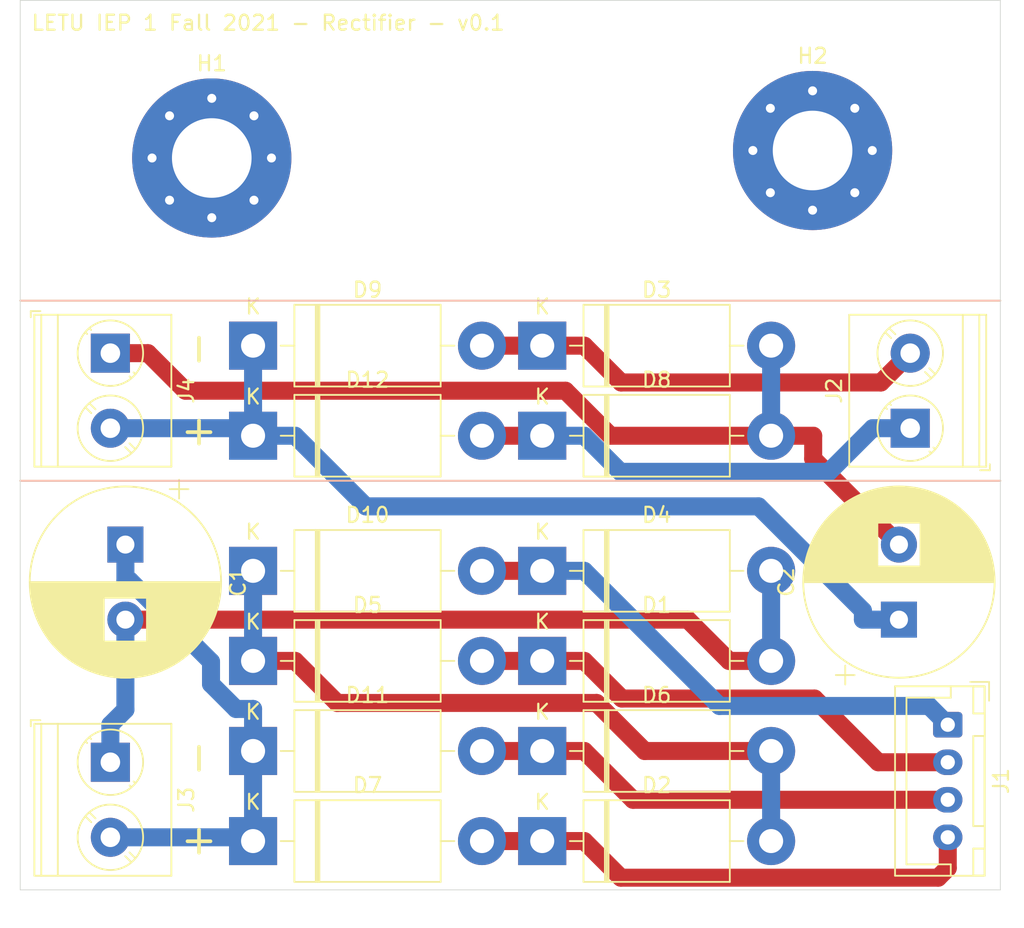
<source format=kicad_pcb>
(kicad_pcb (version 20171130) (host pcbnew 5.1.10)

  (general
    (thickness 1.6)
    (drawings 11)
    (tracks 74)
    (zones 0)
    (modules 20)
    (nets 12)
  )

  (page A4)
  (layers
    (0 F.Cu signal)
    (31 B.Cu signal)
    (32 B.Adhes user)
    (33 F.Adhes user)
    (34 B.Paste user)
    (35 F.Paste user)
    (36 B.SilkS user)
    (37 F.SilkS user)
    (38 B.Mask user)
    (39 F.Mask user)
    (40 Dwgs.User user)
    (41 Cmts.User user)
    (42 Eco1.User user)
    (43 Eco2.User user)
    (44 Edge.Cuts user)
    (45 Margin user)
    (46 B.CrtYd user)
    (47 F.CrtYd user)
    (48 B.Fab user)
    (49 F.Fab user)
  )

  (setup
    (last_trace_width 1.2)
    (trace_clearance 0.2)
    (zone_clearance 0.508)
    (zone_45_only no)
    (trace_min 0.2)
    (via_size 0.8)
    (via_drill 0.4)
    (via_min_size 0.4)
    (via_min_drill 0.3)
    (uvia_size 0.3)
    (uvia_drill 0.1)
    (uvias_allowed no)
    (uvia_min_size 0.2)
    (uvia_min_drill 0.1)
    (edge_width 0.05)
    (segment_width 0.2)
    (pcb_text_width 0.3)
    (pcb_text_size 1.5 1.5)
    (mod_edge_width 0.12)
    (mod_text_size 1 1)
    (mod_text_width 0.15)
    (pad_size 1.524 1.524)
    (pad_drill 0.762)
    (pad_to_mask_clearance 0)
    (aux_axis_origin 0 0)
    (visible_elements FFFFFF7F)
    (pcbplotparams
      (layerselection 0x010fc_ffffffff)
      (usegerberextensions true)
      (usegerberattributes false)
      (usegerberadvancedattributes false)
      (creategerberjobfile false)
      (excludeedgelayer true)
      (linewidth 0.100000)
      (plotframeref false)
      (viasonmask false)
      (mode 1)
      (useauxorigin false)
      (hpglpennumber 1)
      (hpglpenspeed 20)
      (hpglpendiameter 15.000000)
      (psnegative false)
      (psa4output false)
      (plotreference true)
      (plotvalue false)
      (plotinvisibletext false)
      (padsonsilk false)
      (subtractmaskfromsilk true)
      (outputformat 1)
      (mirror false)
      (drillshape 0)
      (scaleselection 1)
      (outputdirectory "Gerber/"))
  )

  (net 0 "")
  (net 1 "Net-(D1-Pad1)")
  (net 2 "Net-(D10-Pad1)")
  (net 3 "Net-(D2-Pad1)")
  (net 4 "Net-(D3-Pad1)")
  (net 5 "Net-(D10-Pad2)")
  (net 6 "Net-(D11-Pad2)")
  (net 7 "Net-(D12-Pad2)")
  (net 8 "Net-(C1-Pad2)")
  (net 9 "Net-(C1-Pad1)")
  (net 10 "Net-(C2-Pad2)")
  (net 11 "Net-(C2-Pad1)")

  (net_class Default "This is the default net class."
    (clearance 0.2)
    (trace_width 1.2)
    (via_dia 0.8)
    (via_drill 0.4)
    (uvia_dia 0.3)
    (uvia_drill 0.1)
    (add_net "Net-(C1-Pad1)")
    (add_net "Net-(C1-Pad2)")
    (add_net "Net-(C2-Pad1)")
    (add_net "Net-(C2-Pad2)")
    (add_net "Net-(D1-Pad1)")
    (add_net "Net-(D10-Pad1)")
    (add_net "Net-(D10-Pad2)")
    (add_net "Net-(D11-Pad2)")
    (add_net "Net-(D12-Pad2)")
    (add_net "Net-(D2-Pad1)")
    (add_net "Net-(D3-Pad1)")
  )

  (module Capacitor_THT:CP_Radial_D12.5mm_P5.00mm (layer F.Cu) (tedit 5AE50EF1) (tstamp 60A5A783)
    (at 178.75 69.75 90)
    (descr "CP, Radial series, Radial, pin pitch=5.00mm, , diameter=12.5mm, Electrolytic Capacitor")
    (tags "CP Radial series Radial pin pitch 5.00mm  diameter 12.5mm Electrolytic Capacitor")
    (path /60B1C2F9)
    (fp_text reference C2 (at 2.5 -7.5 90) (layer F.SilkS)
      (effects (font (size 1 1) (thickness 0.15)))
    )
    (fp_text value 2200uF (at 2.5 7.5 90) (layer F.Fab)
      (effects (font (size 1 1) (thickness 0.15)))
    )
    (fp_line (start -3.692082 -4.2) (end -3.692082 -2.95) (layer F.SilkS) (width 0.12))
    (fp_line (start -4.317082 -3.575) (end -3.067082 -3.575) (layer F.SilkS) (width 0.12))
    (fp_line (start 8.861 -0.317) (end 8.861 0.317) (layer F.SilkS) (width 0.12))
    (fp_line (start 8.821 -0.757) (end 8.821 0.757) (layer F.SilkS) (width 0.12))
    (fp_line (start 8.781 -1.028) (end 8.781 1.028) (layer F.SilkS) (width 0.12))
    (fp_line (start 8.741 -1.241) (end 8.741 1.241) (layer F.SilkS) (width 0.12))
    (fp_line (start 8.701 -1.422) (end 8.701 1.422) (layer F.SilkS) (width 0.12))
    (fp_line (start 8.661 -1.583) (end 8.661 1.583) (layer F.SilkS) (width 0.12))
    (fp_line (start 8.621 -1.728) (end 8.621 1.728) (layer F.SilkS) (width 0.12))
    (fp_line (start 8.581 -1.861) (end 8.581 1.861) (layer F.SilkS) (width 0.12))
    (fp_line (start 8.541 -1.984) (end 8.541 1.984) (layer F.SilkS) (width 0.12))
    (fp_line (start 8.501 -2.1) (end 8.501 2.1) (layer F.SilkS) (width 0.12))
    (fp_line (start 8.461 -2.209) (end 8.461 2.209) (layer F.SilkS) (width 0.12))
    (fp_line (start 8.421 -2.312) (end 8.421 2.312) (layer F.SilkS) (width 0.12))
    (fp_line (start 8.381 -2.41) (end 8.381 2.41) (layer F.SilkS) (width 0.12))
    (fp_line (start 8.341 -2.504) (end 8.341 2.504) (layer F.SilkS) (width 0.12))
    (fp_line (start 8.301 -2.594) (end 8.301 2.594) (layer F.SilkS) (width 0.12))
    (fp_line (start 8.261 -2.681) (end 8.261 2.681) (layer F.SilkS) (width 0.12))
    (fp_line (start 8.221 -2.764) (end 8.221 2.764) (layer F.SilkS) (width 0.12))
    (fp_line (start 8.181 -2.844) (end 8.181 2.844) (layer F.SilkS) (width 0.12))
    (fp_line (start 8.141 -2.921) (end 8.141 2.921) (layer F.SilkS) (width 0.12))
    (fp_line (start 8.101 -2.996) (end 8.101 2.996) (layer F.SilkS) (width 0.12))
    (fp_line (start 8.061 -3.069) (end 8.061 3.069) (layer F.SilkS) (width 0.12))
    (fp_line (start 8.021 -3.14) (end 8.021 3.14) (layer F.SilkS) (width 0.12))
    (fp_line (start 7.981 -3.208) (end 7.981 3.208) (layer F.SilkS) (width 0.12))
    (fp_line (start 7.941 -3.275) (end 7.941 3.275) (layer F.SilkS) (width 0.12))
    (fp_line (start 7.901 -3.339) (end 7.901 3.339) (layer F.SilkS) (width 0.12))
    (fp_line (start 7.861 -3.402) (end 7.861 3.402) (layer F.SilkS) (width 0.12))
    (fp_line (start 7.821 -3.464) (end 7.821 3.464) (layer F.SilkS) (width 0.12))
    (fp_line (start 7.781 -3.524) (end 7.781 3.524) (layer F.SilkS) (width 0.12))
    (fp_line (start 7.741 -3.583) (end 7.741 3.583) (layer F.SilkS) (width 0.12))
    (fp_line (start 7.701 -3.64) (end 7.701 3.64) (layer F.SilkS) (width 0.12))
    (fp_line (start 7.661 -3.696) (end 7.661 3.696) (layer F.SilkS) (width 0.12))
    (fp_line (start 7.621 -3.75) (end 7.621 3.75) (layer F.SilkS) (width 0.12))
    (fp_line (start 7.581 -3.804) (end 7.581 3.804) (layer F.SilkS) (width 0.12))
    (fp_line (start 7.541 -3.856) (end 7.541 3.856) (layer F.SilkS) (width 0.12))
    (fp_line (start 7.501 -3.907) (end 7.501 3.907) (layer F.SilkS) (width 0.12))
    (fp_line (start 7.461 -3.957) (end 7.461 3.957) (layer F.SilkS) (width 0.12))
    (fp_line (start 7.421 -4.007) (end 7.421 4.007) (layer F.SilkS) (width 0.12))
    (fp_line (start 7.381 -4.055) (end 7.381 4.055) (layer F.SilkS) (width 0.12))
    (fp_line (start 7.341 -4.102) (end 7.341 4.102) (layer F.SilkS) (width 0.12))
    (fp_line (start 7.301 -4.148) (end 7.301 4.148) (layer F.SilkS) (width 0.12))
    (fp_line (start 7.261 -4.194) (end 7.261 4.194) (layer F.SilkS) (width 0.12))
    (fp_line (start 7.221 -4.238) (end 7.221 4.238) (layer F.SilkS) (width 0.12))
    (fp_line (start 7.181 -4.282) (end 7.181 4.282) (layer F.SilkS) (width 0.12))
    (fp_line (start 7.141 -4.325) (end 7.141 4.325) (layer F.SilkS) (width 0.12))
    (fp_line (start 7.101 -4.367) (end 7.101 4.367) (layer F.SilkS) (width 0.12))
    (fp_line (start 7.061 -4.408) (end 7.061 4.408) (layer F.SilkS) (width 0.12))
    (fp_line (start 7.021 -4.449) (end 7.021 4.449) (layer F.SilkS) (width 0.12))
    (fp_line (start 6.981 -4.489) (end 6.981 4.489) (layer F.SilkS) (width 0.12))
    (fp_line (start 6.941 -4.528) (end 6.941 4.528) (layer F.SilkS) (width 0.12))
    (fp_line (start 6.901 -4.567) (end 6.901 4.567) (layer F.SilkS) (width 0.12))
    (fp_line (start 6.861 -4.605) (end 6.861 4.605) (layer F.SilkS) (width 0.12))
    (fp_line (start 6.821 -4.642) (end 6.821 4.642) (layer F.SilkS) (width 0.12))
    (fp_line (start 6.781 -4.678) (end 6.781 4.678) (layer F.SilkS) (width 0.12))
    (fp_line (start 6.741 -4.714) (end 6.741 4.714) (layer F.SilkS) (width 0.12))
    (fp_line (start 6.701 -4.75) (end 6.701 4.75) (layer F.SilkS) (width 0.12))
    (fp_line (start 6.661 -4.785) (end 6.661 4.785) (layer F.SilkS) (width 0.12))
    (fp_line (start 6.621 -4.819) (end 6.621 4.819) (layer F.SilkS) (width 0.12))
    (fp_line (start 6.581 -4.852) (end 6.581 4.852) (layer F.SilkS) (width 0.12))
    (fp_line (start 6.541 -4.885) (end 6.541 4.885) (layer F.SilkS) (width 0.12))
    (fp_line (start 6.501 -4.918) (end 6.501 4.918) (layer F.SilkS) (width 0.12))
    (fp_line (start 6.461 -4.95) (end 6.461 4.95) (layer F.SilkS) (width 0.12))
    (fp_line (start 6.421 1.44) (end 6.421 4.982) (layer F.SilkS) (width 0.12))
    (fp_line (start 6.421 -4.982) (end 6.421 -1.44) (layer F.SilkS) (width 0.12))
    (fp_line (start 6.381 1.44) (end 6.381 5.012) (layer F.SilkS) (width 0.12))
    (fp_line (start 6.381 -5.012) (end 6.381 -1.44) (layer F.SilkS) (width 0.12))
    (fp_line (start 6.341 1.44) (end 6.341 5.043) (layer F.SilkS) (width 0.12))
    (fp_line (start 6.341 -5.043) (end 6.341 -1.44) (layer F.SilkS) (width 0.12))
    (fp_line (start 6.301 1.44) (end 6.301 5.073) (layer F.SilkS) (width 0.12))
    (fp_line (start 6.301 -5.073) (end 6.301 -1.44) (layer F.SilkS) (width 0.12))
    (fp_line (start 6.261 1.44) (end 6.261 5.102) (layer F.SilkS) (width 0.12))
    (fp_line (start 6.261 -5.102) (end 6.261 -1.44) (layer F.SilkS) (width 0.12))
    (fp_line (start 6.221 1.44) (end 6.221 5.131) (layer F.SilkS) (width 0.12))
    (fp_line (start 6.221 -5.131) (end 6.221 -1.44) (layer F.SilkS) (width 0.12))
    (fp_line (start 6.181 1.44) (end 6.181 5.16) (layer F.SilkS) (width 0.12))
    (fp_line (start 6.181 -5.16) (end 6.181 -1.44) (layer F.SilkS) (width 0.12))
    (fp_line (start 6.141 1.44) (end 6.141 5.188) (layer F.SilkS) (width 0.12))
    (fp_line (start 6.141 -5.188) (end 6.141 -1.44) (layer F.SilkS) (width 0.12))
    (fp_line (start 6.101 1.44) (end 6.101 5.216) (layer F.SilkS) (width 0.12))
    (fp_line (start 6.101 -5.216) (end 6.101 -1.44) (layer F.SilkS) (width 0.12))
    (fp_line (start 6.061 1.44) (end 6.061 5.243) (layer F.SilkS) (width 0.12))
    (fp_line (start 6.061 -5.243) (end 6.061 -1.44) (layer F.SilkS) (width 0.12))
    (fp_line (start 6.021 1.44) (end 6.021 5.27) (layer F.SilkS) (width 0.12))
    (fp_line (start 6.021 -5.27) (end 6.021 -1.44) (layer F.SilkS) (width 0.12))
    (fp_line (start 5.981 1.44) (end 5.981 5.296) (layer F.SilkS) (width 0.12))
    (fp_line (start 5.981 -5.296) (end 5.981 -1.44) (layer F.SilkS) (width 0.12))
    (fp_line (start 5.941 1.44) (end 5.941 5.322) (layer F.SilkS) (width 0.12))
    (fp_line (start 5.941 -5.322) (end 5.941 -1.44) (layer F.SilkS) (width 0.12))
    (fp_line (start 5.901 1.44) (end 5.901 5.347) (layer F.SilkS) (width 0.12))
    (fp_line (start 5.901 -5.347) (end 5.901 -1.44) (layer F.SilkS) (width 0.12))
    (fp_line (start 5.861 1.44) (end 5.861 5.372) (layer F.SilkS) (width 0.12))
    (fp_line (start 5.861 -5.372) (end 5.861 -1.44) (layer F.SilkS) (width 0.12))
    (fp_line (start 5.821 1.44) (end 5.821 5.397) (layer F.SilkS) (width 0.12))
    (fp_line (start 5.821 -5.397) (end 5.821 -1.44) (layer F.SilkS) (width 0.12))
    (fp_line (start 5.781 1.44) (end 5.781 5.421) (layer F.SilkS) (width 0.12))
    (fp_line (start 5.781 -5.421) (end 5.781 -1.44) (layer F.SilkS) (width 0.12))
    (fp_line (start 5.741 1.44) (end 5.741 5.445) (layer F.SilkS) (width 0.12))
    (fp_line (start 5.741 -5.445) (end 5.741 -1.44) (layer F.SilkS) (width 0.12))
    (fp_line (start 5.701 1.44) (end 5.701 5.468) (layer F.SilkS) (width 0.12))
    (fp_line (start 5.701 -5.468) (end 5.701 -1.44) (layer F.SilkS) (width 0.12))
    (fp_line (start 5.661 1.44) (end 5.661 5.491) (layer F.SilkS) (width 0.12))
    (fp_line (start 5.661 -5.491) (end 5.661 -1.44) (layer F.SilkS) (width 0.12))
    (fp_line (start 5.621 1.44) (end 5.621 5.514) (layer F.SilkS) (width 0.12))
    (fp_line (start 5.621 -5.514) (end 5.621 -1.44) (layer F.SilkS) (width 0.12))
    (fp_line (start 5.581 1.44) (end 5.581 5.536) (layer F.SilkS) (width 0.12))
    (fp_line (start 5.581 -5.536) (end 5.581 -1.44) (layer F.SilkS) (width 0.12))
    (fp_line (start 5.541 1.44) (end 5.541 5.558) (layer F.SilkS) (width 0.12))
    (fp_line (start 5.541 -5.558) (end 5.541 -1.44) (layer F.SilkS) (width 0.12))
    (fp_line (start 5.501 1.44) (end 5.501 5.58) (layer F.SilkS) (width 0.12))
    (fp_line (start 5.501 -5.58) (end 5.501 -1.44) (layer F.SilkS) (width 0.12))
    (fp_line (start 5.461 1.44) (end 5.461 5.601) (layer F.SilkS) (width 0.12))
    (fp_line (start 5.461 -5.601) (end 5.461 -1.44) (layer F.SilkS) (width 0.12))
    (fp_line (start 5.421 1.44) (end 5.421 5.622) (layer F.SilkS) (width 0.12))
    (fp_line (start 5.421 -5.622) (end 5.421 -1.44) (layer F.SilkS) (width 0.12))
    (fp_line (start 5.381 1.44) (end 5.381 5.642) (layer F.SilkS) (width 0.12))
    (fp_line (start 5.381 -5.642) (end 5.381 -1.44) (layer F.SilkS) (width 0.12))
    (fp_line (start 5.341 1.44) (end 5.341 5.662) (layer F.SilkS) (width 0.12))
    (fp_line (start 5.341 -5.662) (end 5.341 -1.44) (layer F.SilkS) (width 0.12))
    (fp_line (start 5.301 1.44) (end 5.301 5.682) (layer F.SilkS) (width 0.12))
    (fp_line (start 5.301 -5.682) (end 5.301 -1.44) (layer F.SilkS) (width 0.12))
    (fp_line (start 5.261 1.44) (end 5.261 5.702) (layer F.SilkS) (width 0.12))
    (fp_line (start 5.261 -5.702) (end 5.261 -1.44) (layer F.SilkS) (width 0.12))
    (fp_line (start 5.221 1.44) (end 5.221 5.721) (layer F.SilkS) (width 0.12))
    (fp_line (start 5.221 -5.721) (end 5.221 -1.44) (layer F.SilkS) (width 0.12))
    (fp_line (start 5.181 1.44) (end 5.181 5.739) (layer F.SilkS) (width 0.12))
    (fp_line (start 5.181 -5.739) (end 5.181 -1.44) (layer F.SilkS) (width 0.12))
    (fp_line (start 5.141 1.44) (end 5.141 5.758) (layer F.SilkS) (width 0.12))
    (fp_line (start 5.141 -5.758) (end 5.141 -1.44) (layer F.SilkS) (width 0.12))
    (fp_line (start 5.101 1.44) (end 5.101 5.776) (layer F.SilkS) (width 0.12))
    (fp_line (start 5.101 -5.776) (end 5.101 -1.44) (layer F.SilkS) (width 0.12))
    (fp_line (start 5.061 1.44) (end 5.061 5.793) (layer F.SilkS) (width 0.12))
    (fp_line (start 5.061 -5.793) (end 5.061 -1.44) (layer F.SilkS) (width 0.12))
    (fp_line (start 5.021 1.44) (end 5.021 5.811) (layer F.SilkS) (width 0.12))
    (fp_line (start 5.021 -5.811) (end 5.021 -1.44) (layer F.SilkS) (width 0.12))
    (fp_line (start 4.981 1.44) (end 4.981 5.828) (layer F.SilkS) (width 0.12))
    (fp_line (start 4.981 -5.828) (end 4.981 -1.44) (layer F.SilkS) (width 0.12))
    (fp_line (start 4.941 1.44) (end 4.941 5.845) (layer F.SilkS) (width 0.12))
    (fp_line (start 4.941 -5.845) (end 4.941 -1.44) (layer F.SilkS) (width 0.12))
    (fp_line (start 4.901 1.44) (end 4.901 5.861) (layer F.SilkS) (width 0.12))
    (fp_line (start 4.901 -5.861) (end 4.901 -1.44) (layer F.SilkS) (width 0.12))
    (fp_line (start 4.861 1.44) (end 4.861 5.877) (layer F.SilkS) (width 0.12))
    (fp_line (start 4.861 -5.877) (end 4.861 -1.44) (layer F.SilkS) (width 0.12))
    (fp_line (start 4.821 1.44) (end 4.821 5.893) (layer F.SilkS) (width 0.12))
    (fp_line (start 4.821 -5.893) (end 4.821 -1.44) (layer F.SilkS) (width 0.12))
    (fp_line (start 4.781 1.44) (end 4.781 5.908) (layer F.SilkS) (width 0.12))
    (fp_line (start 4.781 -5.908) (end 4.781 -1.44) (layer F.SilkS) (width 0.12))
    (fp_line (start 4.741 1.44) (end 4.741 5.924) (layer F.SilkS) (width 0.12))
    (fp_line (start 4.741 -5.924) (end 4.741 -1.44) (layer F.SilkS) (width 0.12))
    (fp_line (start 4.701 1.44) (end 4.701 5.939) (layer F.SilkS) (width 0.12))
    (fp_line (start 4.701 -5.939) (end 4.701 -1.44) (layer F.SilkS) (width 0.12))
    (fp_line (start 4.661 1.44) (end 4.661 5.953) (layer F.SilkS) (width 0.12))
    (fp_line (start 4.661 -5.953) (end 4.661 -1.44) (layer F.SilkS) (width 0.12))
    (fp_line (start 4.621 1.44) (end 4.621 5.967) (layer F.SilkS) (width 0.12))
    (fp_line (start 4.621 -5.967) (end 4.621 -1.44) (layer F.SilkS) (width 0.12))
    (fp_line (start 4.581 1.44) (end 4.581 5.981) (layer F.SilkS) (width 0.12))
    (fp_line (start 4.581 -5.981) (end 4.581 -1.44) (layer F.SilkS) (width 0.12))
    (fp_line (start 4.541 1.44) (end 4.541 5.995) (layer F.SilkS) (width 0.12))
    (fp_line (start 4.541 -5.995) (end 4.541 -1.44) (layer F.SilkS) (width 0.12))
    (fp_line (start 4.501 1.44) (end 4.501 6.008) (layer F.SilkS) (width 0.12))
    (fp_line (start 4.501 -6.008) (end 4.501 -1.44) (layer F.SilkS) (width 0.12))
    (fp_line (start 4.461 1.44) (end 4.461 6.021) (layer F.SilkS) (width 0.12))
    (fp_line (start 4.461 -6.021) (end 4.461 -1.44) (layer F.SilkS) (width 0.12))
    (fp_line (start 4.421 1.44) (end 4.421 6.034) (layer F.SilkS) (width 0.12))
    (fp_line (start 4.421 -6.034) (end 4.421 -1.44) (layer F.SilkS) (width 0.12))
    (fp_line (start 4.381 1.44) (end 4.381 6.047) (layer F.SilkS) (width 0.12))
    (fp_line (start 4.381 -6.047) (end 4.381 -1.44) (layer F.SilkS) (width 0.12))
    (fp_line (start 4.341 1.44) (end 4.341 6.059) (layer F.SilkS) (width 0.12))
    (fp_line (start 4.341 -6.059) (end 4.341 -1.44) (layer F.SilkS) (width 0.12))
    (fp_line (start 4.301 1.44) (end 4.301 6.071) (layer F.SilkS) (width 0.12))
    (fp_line (start 4.301 -6.071) (end 4.301 -1.44) (layer F.SilkS) (width 0.12))
    (fp_line (start 4.261 1.44) (end 4.261 6.083) (layer F.SilkS) (width 0.12))
    (fp_line (start 4.261 -6.083) (end 4.261 -1.44) (layer F.SilkS) (width 0.12))
    (fp_line (start 4.221 1.44) (end 4.221 6.094) (layer F.SilkS) (width 0.12))
    (fp_line (start 4.221 -6.094) (end 4.221 -1.44) (layer F.SilkS) (width 0.12))
    (fp_line (start 4.181 1.44) (end 4.181 6.105) (layer F.SilkS) (width 0.12))
    (fp_line (start 4.181 -6.105) (end 4.181 -1.44) (layer F.SilkS) (width 0.12))
    (fp_line (start 4.141 1.44) (end 4.141 6.116) (layer F.SilkS) (width 0.12))
    (fp_line (start 4.141 -6.116) (end 4.141 -1.44) (layer F.SilkS) (width 0.12))
    (fp_line (start 4.101 1.44) (end 4.101 6.126) (layer F.SilkS) (width 0.12))
    (fp_line (start 4.101 -6.126) (end 4.101 -1.44) (layer F.SilkS) (width 0.12))
    (fp_line (start 4.061 1.44) (end 4.061 6.137) (layer F.SilkS) (width 0.12))
    (fp_line (start 4.061 -6.137) (end 4.061 -1.44) (layer F.SilkS) (width 0.12))
    (fp_line (start 4.021 1.44) (end 4.021 6.146) (layer F.SilkS) (width 0.12))
    (fp_line (start 4.021 -6.146) (end 4.021 -1.44) (layer F.SilkS) (width 0.12))
    (fp_line (start 3.981 1.44) (end 3.981 6.156) (layer F.SilkS) (width 0.12))
    (fp_line (start 3.981 -6.156) (end 3.981 -1.44) (layer F.SilkS) (width 0.12))
    (fp_line (start 3.941 1.44) (end 3.941 6.166) (layer F.SilkS) (width 0.12))
    (fp_line (start 3.941 -6.166) (end 3.941 -1.44) (layer F.SilkS) (width 0.12))
    (fp_line (start 3.901 1.44) (end 3.901 6.175) (layer F.SilkS) (width 0.12))
    (fp_line (start 3.901 -6.175) (end 3.901 -1.44) (layer F.SilkS) (width 0.12))
    (fp_line (start 3.861 1.44) (end 3.861 6.184) (layer F.SilkS) (width 0.12))
    (fp_line (start 3.861 -6.184) (end 3.861 -1.44) (layer F.SilkS) (width 0.12))
    (fp_line (start 3.821 1.44) (end 3.821 6.192) (layer F.SilkS) (width 0.12))
    (fp_line (start 3.821 -6.192) (end 3.821 -1.44) (layer F.SilkS) (width 0.12))
    (fp_line (start 3.781 1.44) (end 3.781 6.201) (layer F.SilkS) (width 0.12))
    (fp_line (start 3.781 -6.201) (end 3.781 -1.44) (layer F.SilkS) (width 0.12))
    (fp_line (start 3.741 1.44) (end 3.741 6.209) (layer F.SilkS) (width 0.12))
    (fp_line (start 3.741 -6.209) (end 3.741 -1.44) (layer F.SilkS) (width 0.12))
    (fp_line (start 3.701 1.44) (end 3.701 6.216) (layer F.SilkS) (width 0.12))
    (fp_line (start 3.701 -6.216) (end 3.701 -1.44) (layer F.SilkS) (width 0.12))
    (fp_line (start 3.661 1.44) (end 3.661 6.224) (layer F.SilkS) (width 0.12))
    (fp_line (start 3.661 -6.224) (end 3.661 -1.44) (layer F.SilkS) (width 0.12))
    (fp_line (start 3.621 1.44) (end 3.621 6.231) (layer F.SilkS) (width 0.12))
    (fp_line (start 3.621 -6.231) (end 3.621 -1.44) (layer F.SilkS) (width 0.12))
    (fp_line (start 3.581 1.44) (end 3.581 6.238) (layer F.SilkS) (width 0.12))
    (fp_line (start 3.581 -6.238) (end 3.581 -1.44) (layer F.SilkS) (width 0.12))
    (fp_line (start 3.541 -6.245) (end 3.541 6.245) (layer F.SilkS) (width 0.12))
    (fp_line (start 3.501 -6.252) (end 3.501 6.252) (layer F.SilkS) (width 0.12))
    (fp_line (start 3.461 -6.258) (end 3.461 6.258) (layer F.SilkS) (width 0.12))
    (fp_line (start 3.421 -6.264) (end 3.421 6.264) (layer F.SilkS) (width 0.12))
    (fp_line (start 3.381 -6.269) (end 3.381 6.269) (layer F.SilkS) (width 0.12))
    (fp_line (start 3.341 -6.275) (end 3.341 6.275) (layer F.SilkS) (width 0.12))
    (fp_line (start 3.301 -6.28) (end 3.301 6.28) (layer F.SilkS) (width 0.12))
    (fp_line (start 3.261 -6.285) (end 3.261 6.285) (layer F.SilkS) (width 0.12))
    (fp_line (start 3.221 -6.29) (end 3.221 6.29) (layer F.SilkS) (width 0.12))
    (fp_line (start 3.18 -6.294) (end 3.18 6.294) (layer F.SilkS) (width 0.12))
    (fp_line (start 3.14 -6.298) (end 3.14 6.298) (layer F.SilkS) (width 0.12))
    (fp_line (start 3.1 -6.302) (end 3.1 6.302) (layer F.SilkS) (width 0.12))
    (fp_line (start 3.06 -6.306) (end 3.06 6.306) (layer F.SilkS) (width 0.12))
    (fp_line (start 3.02 -6.309) (end 3.02 6.309) (layer F.SilkS) (width 0.12))
    (fp_line (start 2.98 -6.312) (end 2.98 6.312) (layer F.SilkS) (width 0.12))
    (fp_line (start 2.94 -6.315) (end 2.94 6.315) (layer F.SilkS) (width 0.12))
    (fp_line (start 2.9 -6.318) (end 2.9 6.318) (layer F.SilkS) (width 0.12))
    (fp_line (start 2.86 -6.32) (end 2.86 6.32) (layer F.SilkS) (width 0.12))
    (fp_line (start 2.82 -6.322) (end 2.82 6.322) (layer F.SilkS) (width 0.12))
    (fp_line (start 2.78 -6.324) (end 2.78 6.324) (layer F.SilkS) (width 0.12))
    (fp_line (start 2.74 -6.326) (end 2.74 6.326) (layer F.SilkS) (width 0.12))
    (fp_line (start 2.7 -6.327) (end 2.7 6.327) (layer F.SilkS) (width 0.12))
    (fp_line (start 2.66 -6.328) (end 2.66 6.328) (layer F.SilkS) (width 0.12))
    (fp_line (start 2.62 -6.329) (end 2.62 6.329) (layer F.SilkS) (width 0.12))
    (fp_line (start 2.58 -6.33) (end 2.58 6.33) (layer F.SilkS) (width 0.12))
    (fp_line (start 2.54 -6.33) (end 2.54 6.33) (layer F.SilkS) (width 0.12))
    (fp_line (start 2.5 -6.33) (end 2.5 6.33) (layer F.SilkS) (width 0.12))
    (fp_line (start -2.241489 -3.3625) (end -2.241489 -2.1125) (layer F.Fab) (width 0.1))
    (fp_line (start -2.866489 -2.7375) (end -1.616489 -2.7375) (layer F.Fab) (width 0.1))
    (fp_circle (center 2.5 0) (end 9 0) (layer F.CrtYd) (width 0.05))
    (fp_circle (center 2.5 0) (end 8.87 0) (layer F.SilkS) (width 0.12))
    (fp_circle (center 2.5 0) (end 8.75 0) (layer F.Fab) (width 0.1))
    (fp_text user %R (at 2.5 0 90) (layer F.Fab)
      (effects (font (size 1 1) (thickness 0.15)))
    )
    (pad 2 thru_hole circle (at 5 0 90) (size 2.4 2.4) (drill 1.2) (layers *.Cu *.Mask)
      (net 10 "Net-(C2-Pad2)"))
    (pad 1 thru_hole rect (at 0 0 90) (size 2.4 2.4) (drill 1.2) (layers *.Cu *.Mask)
      (net 11 "Net-(C2-Pad1)"))
    (model ${KISYS3DMOD}/Capacitor_THT.3dshapes/CP_Radial_D12.5mm_P5.00mm.wrl
      (at (xyz 0 0 0))
      (scale (xyz 1 1 1))
      (rotate (xyz 0 0 0))
    )
  )

  (module Capacitor_THT:CP_Radial_D12.5mm_P5.00mm (layer F.Cu) (tedit 5AE50EF1) (tstamp 60A5A68D)
    (at 127.25 64.75 270)
    (descr "CP, Radial series, Radial, pin pitch=5.00mm, , diameter=12.5mm, Electrolytic Capacitor")
    (tags "CP Radial series Radial pin pitch 5.00mm  diameter 12.5mm Electrolytic Capacitor")
    (path /60B131B5)
    (fp_text reference C1 (at 2.5 -7.5 90) (layer F.SilkS)
      (effects (font (size 1 1) (thickness 0.15)))
    )
    (fp_text value 2200uF (at 2.5 7.5 90) (layer F.Fab)
      (effects (font (size 1 1) (thickness 0.15)))
    )
    (fp_line (start -3.692082 -4.2) (end -3.692082 -2.95) (layer F.SilkS) (width 0.12))
    (fp_line (start -4.317082 -3.575) (end -3.067082 -3.575) (layer F.SilkS) (width 0.12))
    (fp_line (start 8.861 -0.317) (end 8.861 0.317) (layer F.SilkS) (width 0.12))
    (fp_line (start 8.821 -0.757) (end 8.821 0.757) (layer F.SilkS) (width 0.12))
    (fp_line (start 8.781 -1.028) (end 8.781 1.028) (layer F.SilkS) (width 0.12))
    (fp_line (start 8.741 -1.241) (end 8.741 1.241) (layer F.SilkS) (width 0.12))
    (fp_line (start 8.701 -1.422) (end 8.701 1.422) (layer F.SilkS) (width 0.12))
    (fp_line (start 8.661 -1.583) (end 8.661 1.583) (layer F.SilkS) (width 0.12))
    (fp_line (start 8.621 -1.728) (end 8.621 1.728) (layer F.SilkS) (width 0.12))
    (fp_line (start 8.581 -1.861) (end 8.581 1.861) (layer F.SilkS) (width 0.12))
    (fp_line (start 8.541 -1.984) (end 8.541 1.984) (layer F.SilkS) (width 0.12))
    (fp_line (start 8.501 -2.1) (end 8.501 2.1) (layer F.SilkS) (width 0.12))
    (fp_line (start 8.461 -2.209) (end 8.461 2.209) (layer F.SilkS) (width 0.12))
    (fp_line (start 8.421 -2.312) (end 8.421 2.312) (layer F.SilkS) (width 0.12))
    (fp_line (start 8.381 -2.41) (end 8.381 2.41) (layer F.SilkS) (width 0.12))
    (fp_line (start 8.341 -2.504) (end 8.341 2.504) (layer F.SilkS) (width 0.12))
    (fp_line (start 8.301 -2.594) (end 8.301 2.594) (layer F.SilkS) (width 0.12))
    (fp_line (start 8.261 -2.681) (end 8.261 2.681) (layer F.SilkS) (width 0.12))
    (fp_line (start 8.221 -2.764) (end 8.221 2.764) (layer F.SilkS) (width 0.12))
    (fp_line (start 8.181 -2.844) (end 8.181 2.844) (layer F.SilkS) (width 0.12))
    (fp_line (start 8.141 -2.921) (end 8.141 2.921) (layer F.SilkS) (width 0.12))
    (fp_line (start 8.101 -2.996) (end 8.101 2.996) (layer F.SilkS) (width 0.12))
    (fp_line (start 8.061 -3.069) (end 8.061 3.069) (layer F.SilkS) (width 0.12))
    (fp_line (start 8.021 -3.14) (end 8.021 3.14) (layer F.SilkS) (width 0.12))
    (fp_line (start 7.981 -3.208) (end 7.981 3.208) (layer F.SilkS) (width 0.12))
    (fp_line (start 7.941 -3.275) (end 7.941 3.275) (layer F.SilkS) (width 0.12))
    (fp_line (start 7.901 -3.339) (end 7.901 3.339) (layer F.SilkS) (width 0.12))
    (fp_line (start 7.861 -3.402) (end 7.861 3.402) (layer F.SilkS) (width 0.12))
    (fp_line (start 7.821 -3.464) (end 7.821 3.464) (layer F.SilkS) (width 0.12))
    (fp_line (start 7.781 -3.524) (end 7.781 3.524) (layer F.SilkS) (width 0.12))
    (fp_line (start 7.741 -3.583) (end 7.741 3.583) (layer F.SilkS) (width 0.12))
    (fp_line (start 7.701 -3.64) (end 7.701 3.64) (layer F.SilkS) (width 0.12))
    (fp_line (start 7.661 -3.696) (end 7.661 3.696) (layer F.SilkS) (width 0.12))
    (fp_line (start 7.621 -3.75) (end 7.621 3.75) (layer F.SilkS) (width 0.12))
    (fp_line (start 7.581 -3.804) (end 7.581 3.804) (layer F.SilkS) (width 0.12))
    (fp_line (start 7.541 -3.856) (end 7.541 3.856) (layer F.SilkS) (width 0.12))
    (fp_line (start 7.501 -3.907) (end 7.501 3.907) (layer F.SilkS) (width 0.12))
    (fp_line (start 7.461 -3.957) (end 7.461 3.957) (layer F.SilkS) (width 0.12))
    (fp_line (start 7.421 -4.007) (end 7.421 4.007) (layer F.SilkS) (width 0.12))
    (fp_line (start 7.381 -4.055) (end 7.381 4.055) (layer F.SilkS) (width 0.12))
    (fp_line (start 7.341 -4.102) (end 7.341 4.102) (layer F.SilkS) (width 0.12))
    (fp_line (start 7.301 -4.148) (end 7.301 4.148) (layer F.SilkS) (width 0.12))
    (fp_line (start 7.261 -4.194) (end 7.261 4.194) (layer F.SilkS) (width 0.12))
    (fp_line (start 7.221 -4.238) (end 7.221 4.238) (layer F.SilkS) (width 0.12))
    (fp_line (start 7.181 -4.282) (end 7.181 4.282) (layer F.SilkS) (width 0.12))
    (fp_line (start 7.141 -4.325) (end 7.141 4.325) (layer F.SilkS) (width 0.12))
    (fp_line (start 7.101 -4.367) (end 7.101 4.367) (layer F.SilkS) (width 0.12))
    (fp_line (start 7.061 -4.408) (end 7.061 4.408) (layer F.SilkS) (width 0.12))
    (fp_line (start 7.021 -4.449) (end 7.021 4.449) (layer F.SilkS) (width 0.12))
    (fp_line (start 6.981 -4.489) (end 6.981 4.489) (layer F.SilkS) (width 0.12))
    (fp_line (start 6.941 -4.528) (end 6.941 4.528) (layer F.SilkS) (width 0.12))
    (fp_line (start 6.901 -4.567) (end 6.901 4.567) (layer F.SilkS) (width 0.12))
    (fp_line (start 6.861 -4.605) (end 6.861 4.605) (layer F.SilkS) (width 0.12))
    (fp_line (start 6.821 -4.642) (end 6.821 4.642) (layer F.SilkS) (width 0.12))
    (fp_line (start 6.781 -4.678) (end 6.781 4.678) (layer F.SilkS) (width 0.12))
    (fp_line (start 6.741 -4.714) (end 6.741 4.714) (layer F.SilkS) (width 0.12))
    (fp_line (start 6.701 -4.75) (end 6.701 4.75) (layer F.SilkS) (width 0.12))
    (fp_line (start 6.661 -4.785) (end 6.661 4.785) (layer F.SilkS) (width 0.12))
    (fp_line (start 6.621 -4.819) (end 6.621 4.819) (layer F.SilkS) (width 0.12))
    (fp_line (start 6.581 -4.852) (end 6.581 4.852) (layer F.SilkS) (width 0.12))
    (fp_line (start 6.541 -4.885) (end 6.541 4.885) (layer F.SilkS) (width 0.12))
    (fp_line (start 6.501 -4.918) (end 6.501 4.918) (layer F.SilkS) (width 0.12))
    (fp_line (start 6.461 -4.95) (end 6.461 4.95) (layer F.SilkS) (width 0.12))
    (fp_line (start 6.421 1.44) (end 6.421 4.982) (layer F.SilkS) (width 0.12))
    (fp_line (start 6.421 -4.982) (end 6.421 -1.44) (layer F.SilkS) (width 0.12))
    (fp_line (start 6.381 1.44) (end 6.381 5.012) (layer F.SilkS) (width 0.12))
    (fp_line (start 6.381 -5.012) (end 6.381 -1.44) (layer F.SilkS) (width 0.12))
    (fp_line (start 6.341 1.44) (end 6.341 5.043) (layer F.SilkS) (width 0.12))
    (fp_line (start 6.341 -5.043) (end 6.341 -1.44) (layer F.SilkS) (width 0.12))
    (fp_line (start 6.301 1.44) (end 6.301 5.073) (layer F.SilkS) (width 0.12))
    (fp_line (start 6.301 -5.073) (end 6.301 -1.44) (layer F.SilkS) (width 0.12))
    (fp_line (start 6.261 1.44) (end 6.261 5.102) (layer F.SilkS) (width 0.12))
    (fp_line (start 6.261 -5.102) (end 6.261 -1.44) (layer F.SilkS) (width 0.12))
    (fp_line (start 6.221 1.44) (end 6.221 5.131) (layer F.SilkS) (width 0.12))
    (fp_line (start 6.221 -5.131) (end 6.221 -1.44) (layer F.SilkS) (width 0.12))
    (fp_line (start 6.181 1.44) (end 6.181 5.16) (layer F.SilkS) (width 0.12))
    (fp_line (start 6.181 -5.16) (end 6.181 -1.44) (layer F.SilkS) (width 0.12))
    (fp_line (start 6.141 1.44) (end 6.141 5.188) (layer F.SilkS) (width 0.12))
    (fp_line (start 6.141 -5.188) (end 6.141 -1.44) (layer F.SilkS) (width 0.12))
    (fp_line (start 6.101 1.44) (end 6.101 5.216) (layer F.SilkS) (width 0.12))
    (fp_line (start 6.101 -5.216) (end 6.101 -1.44) (layer F.SilkS) (width 0.12))
    (fp_line (start 6.061 1.44) (end 6.061 5.243) (layer F.SilkS) (width 0.12))
    (fp_line (start 6.061 -5.243) (end 6.061 -1.44) (layer F.SilkS) (width 0.12))
    (fp_line (start 6.021 1.44) (end 6.021 5.27) (layer F.SilkS) (width 0.12))
    (fp_line (start 6.021 -5.27) (end 6.021 -1.44) (layer F.SilkS) (width 0.12))
    (fp_line (start 5.981 1.44) (end 5.981 5.296) (layer F.SilkS) (width 0.12))
    (fp_line (start 5.981 -5.296) (end 5.981 -1.44) (layer F.SilkS) (width 0.12))
    (fp_line (start 5.941 1.44) (end 5.941 5.322) (layer F.SilkS) (width 0.12))
    (fp_line (start 5.941 -5.322) (end 5.941 -1.44) (layer F.SilkS) (width 0.12))
    (fp_line (start 5.901 1.44) (end 5.901 5.347) (layer F.SilkS) (width 0.12))
    (fp_line (start 5.901 -5.347) (end 5.901 -1.44) (layer F.SilkS) (width 0.12))
    (fp_line (start 5.861 1.44) (end 5.861 5.372) (layer F.SilkS) (width 0.12))
    (fp_line (start 5.861 -5.372) (end 5.861 -1.44) (layer F.SilkS) (width 0.12))
    (fp_line (start 5.821 1.44) (end 5.821 5.397) (layer F.SilkS) (width 0.12))
    (fp_line (start 5.821 -5.397) (end 5.821 -1.44) (layer F.SilkS) (width 0.12))
    (fp_line (start 5.781 1.44) (end 5.781 5.421) (layer F.SilkS) (width 0.12))
    (fp_line (start 5.781 -5.421) (end 5.781 -1.44) (layer F.SilkS) (width 0.12))
    (fp_line (start 5.741 1.44) (end 5.741 5.445) (layer F.SilkS) (width 0.12))
    (fp_line (start 5.741 -5.445) (end 5.741 -1.44) (layer F.SilkS) (width 0.12))
    (fp_line (start 5.701 1.44) (end 5.701 5.468) (layer F.SilkS) (width 0.12))
    (fp_line (start 5.701 -5.468) (end 5.701 -1.44) (layer F.SilkS) (width 0.12))
    (fp_line (start 5.661 1.44) (end 5.661 5.491) (layer F.SilkS) (width 0.12))
    (fp_line (start 5.661 -5.491) (end 5.661 -1.44) (layer F.SilkS) (width 0.12))
    (fp_line (start 5.621 1.44) (end 5.621 5.514) (layer F.SilkS) (width 0.12))
    (fp_line (start 5.621 -5.514) (end 5.621 -1.44) (layer F.SilkS) (width 0.12))
    (fp_line (start 5.581 1.44) (end 5.581 5.536) (layer F.SilkS) (width 0.12))
    (fp_line (start 5.581 -5.536) (end 5.581 -1.44) (layer F.SilkS) (width 0.12))
    (fp_line (start 5.541 1.44) (end 5.541 5.558) (layer F.SilkS) (width 0.12))
    (fp_line (start 5.541 -5.558) (end 5.541 -1.44) (layer F.SilkS) (width 0.12))
    (fp_line (start 5.501 1.44) (end 5.501 5.58) (layer F.SilkS) (width 0.12))
    (fp_line (start 5.501 -5.58) (end 5.501 -1.44) (layer F.SilkS) (width 0.12))
    (fp_line (start 5.461 1.44) (end 5.461 5.601) (layer F.SilkS) (width 0.12))
    (fp_line (start 5.461 -5.601) (end 5.461 -1.44) (layer F.SilkS) (width 0.12))
    (fp_line (start 5.421 1.44) (end 5.421 5.622) (layer F.SilkS) (width 0.12))
    (fp_line (start 5.421 -5.622) (end 5.421 -1.44) (layer F.SilkS) (width 0.12))
    (fp_line (start 5.381 1.44) (end 5.381 5.642) (layer F.SilkS) (width 0.12))
    (fp_line (start 5.381 -5.642) (end 5.381 -1.44) (layer F.SilkS) (width 0.12))
    (fp_line (start 5.341 1.44) (end 5.341 5.662) (layer F.SilkS) (width 0.12))
    (fp_line (start 5.341 -5.662) (end 5.341 -1.44) (layer F.SilkS) (width 0.12))
    (fp_line (start 5.301 1.44) (end 5.301 5.682) (layer F.SilkS) (width 0.12))
    (fp_line (start 5.301 -5.682) (end 5.301 -1.44) (layer F.SilkS) (width 0.12))
    (fp_line (start 5.261 1.44) (end 5.261 5.702) (layer F.SilkS) (width 0.12))
    (fp_line (start 5.261 -5.702) (end 5.261 -1.44) (layer F.SilkS) (width 0.12))
    (fp_line (start 5.221 1.44) (end 5.221 5.721) (layer F.SilkS) (width 0.12))
    (fp_line (start 5.221 -5.721) (end 5.221 -1.44) (layer F.SilkS) (width 0.12))
    (fp_line (start 5.181 1.44) (end 5.181 5.739) (layer F.SilkS) (width 0.12))
    (fp_line (start 5.181 -5.739) (end 5.181 -1.44) (layer F.SilkS) (width 0.12))
    (fp_line (start 5.141 1.44) (end 5.141 5.758) (layer F.SilkS) (width 0.12))
    (fp_line (start 5.141 -5.758) (end 5.141 -1.44) (layer F.SilkS) (width 0.12))
    (fp_line (start 5.101 1.44) (end 5.101 5.776) (layer F.SilkS) (width 0.12))
    (fp_line (start 5.101 -5.776) (end 5.101 -1.44) (layer F.SilkS) (width 0.12))
    (fp_line (start 5.061 1.44) (end 5.061 5.793) (layer F.SilkS) (width 0.12))
    (fp_line (start 5.061 -5.793) (end 5.061 -1.44) (layer F.SilkS) (width 0.12))
    (fp_line (start 5.021 1.44) (end 5.021 5.811) (layer F.SilkS) (width 0.12))
    (fp_line (start 5.021 -5.811) (end 5.021 -1.44) (layer F.SilkS) (width 0.12))
    (fp_line (start 4.981 1.44) (end 4.981 5.828) (layer F.SilkS) (width 0.12))
    (fp_line (start 4.981 -5.828) (end 4.981 -1.44) (layer F.SilkS) (width 0.12))
    (fp_line (start 4.941 1.44) (end 4.941 5.845) (layer F.SilkS) (width 0.12))
    (fp_line (start 4.941 -5.845) (end 4.941 -1.44) (layer F.SilkS) (width 0.12))
    (fp_line (start 4.901 1.44) (end 4.901 5.861) (layer F.SilkS) (width 0.12))
    (fp_line (start 4.901 -5.861) (end 4.901 -1.44) (layer F.SilkS) (width 0.12))
    (fp_line (start 4.861 1.44) (end 4.861 5.877) (layer F.SilkS) (width 0.12))
    (fp_line (start 4.861 -5.877) (end 4.861 -1.44) (layer F.SilkS) (width 0.12))
    (fp_line (start 4.821 1.44) (end 4.821 5.893) (layer F.SilkS) (width 0.12))
    (fp_line (start 4.821 -5.893) (end 4.821 -1.44) (layer F.SilkS) (width 0.12))
    (fp_line (start 4.781 1.44) (end 4.781 5.908) (layer F.SilkS) (width 0.12))
    (fp_line (start 4.781 -5.908) (end 4.781 -1.44) (layer F.SilkS) (width 0.12))
    (fp_line (start 4.741 1.44) (end 4.741 5.924) (layer F.SilkS) (width 0.12))
    (fp_line (start 4.741 -5.924) (end 4.741 -1.44) (layer F.SilkS) (width 0.12))
    (fp_line (start 4.701 1.44) (end 4.701 5.939) (layer F.SilkS) (width 0.12))
    (fp_line (start 4.701 -5.939) (end 4.701 -1.44) (layer F.SilkS) (width 0.12))
    (fp_line (start 4.661 1.44) (end 4.661 5.953) (layer F.SilkS) (width 0.12))
    (fp_line (start 4.661 -5.953) (end 4.661 -1.44) (layer F.SilkS) (width 0.12))
    (fp_line (start 4.621 1.44) (end 4.621 5.967) (layer F.SilkS) (width 0.12))
    (fp_line (start 4.621 -5.967) (end 4.621 -1.44) (layer F.SilkS) (width 0.12))
    (fp_line (start 4.581 1.44) (end 4.581 5.981) (layer F.SilkS) (width 0.12))
    (fp_line (start 4.581 -5.981) (end 4.581 -1.44) (layer F.SilkS) (width 0.12))
    (fp_line (start 4.541 1.44) (end 4.541 5.995) (layer F.SilkS) (width 0.12))
    (fp_line (start 4.541 -5.995) (end 4.541 -1.44) (layer F.SilkS) (width 0.12))
    (fp_line (start 4.501 1.44) (end 4.501 6.008) (layer F.SilkS) (width 0.12))
    (fp_line (start 4.501 -6.008) (end 4.501 -1.44) (layer F.SilkS) (width 0.12))
    (fp_line (start 4.461 1.44) (end 4.461 6.021) (layer F.SilkS) (width 0.12))
    (fp_line (start 4.461 -6.021) (end 4.461 -1.44) (layer F.SilkS) (width 0.12))
    (fp_line (start 4.421 1.44) (end 4.421 6.034) (layer F.SilkS) (width 0.12))
    (fp_line (start 4.421 -6.034) (end 4.421 -1.44) (layer F.SilkS) (width 0.12))
    (fp_line (start 4.381 1.44) (end 4.381 6.047) (layer F.SilkS) (width 0.12))
    (fp_line (start 4.381 -6.047) (end 4.381 -1.44) (layer F.SilkS) (width 0.12))
    (fp_line (start 4.341 1.44) (end 4.341 6.059) (layer F.SilkS) (width 0.12))
    (fp_line (start 4.341 -6.059) (end 4.341 -1.44) (layer F.SilkS) (width 0.12))
    (fp_line (start 4.301 1.44) (end 4.301 6.071) (layer F.SilkS) (width 0.12))
    (fp_line (start 4.301 -6.071) (end 4.301 -1.44) (layer F.SilkS) (width 0.12))
    (fp_line (start 4.261 1.44) (end 4.261 6.083) (layer F.SilkS) (width 0.12))
    (fp_line (start 4.261 -6.083) (end 4.261 -1.44) (layer F.SilkS) (width 0.12))
    (fp_line (start 4.221 1.44) (end 4.221 6.094) (layer F.SilkS) (width 0.12))
    (fp_line (start 4.221 -6.094) (end 4.221 -1.44) (layer F.SilkS) (width 0.12))
    (fp_line (start 4.181 1.44) (end 4.181 6.105) (layer F.SilkS) (width 0.12))
    (fp_line (start 4.181 -6.105) (end 4.181 -1.44) (layer F.SilkS) (width 0.12))
    (fp_line (start 4.141 1.44) (end 4.141 6.116) (layer F.SilkS) (width 0.12))
    (fp_line (start 4.141 -6.116) (end 4.141 -1.44) (layer F.SilkS) (width 0.12))
    (fp_line (start 4.101 1.44) (end 4.101 6.126) (layer F.SilkS) (width 0.12))
    (fp_line (start 4.101 -6.126) (end 4.101 -1.44) (layer F.SilkS) (width 0.12))
    (fp_line (start 4.061 1.44) (end 4.061 6.137) (layer F.SilkS) (width 0.12))
    (fp_line (start 4.061 -6.137) (end 4.061 -1.44) (layer F.SilkS) (width 0.12))
    (fp_line (start 4.021 1.44) (end 4.021 6.146) (layer F.SilkS) (width 0.12))
    (fp_line (start 4.021 -6.146) (end 4.021 -1.44) (layer F.SilkS) (width 0.12))
    (fp_line (start 3.981 1.44) (end 3.981 6.156) (layer F.SilkS) (width 0.12))
    (fp_line (start 3.981 -6.156) (end 3.981 -1.44) (layer F.SilkS) (width 0.12))
    (fp_line (start 3.941 1.44) (end 3.941 6.166) (layer F.SilkS) (width 0.12))
    (fp_line (start 3.941 -6.166) (end 3.941 -1.44) (layer F.SilkS) (width 0.12))
    (fp_line (start 3.901 1.44) (end 3.901 6.175) (layer F.SilkS) (width 0.12))
    (fp_line (start 3.901 -6.175) (end 3.901 -1.44) (layer F.SilkS) (width 0.12))
    (fp_line (start 3.861 1.44) (end 3.861 6.184) (layer F.SilkS) (width 0.12))
    (fp_line (start 3.861 -6.184) (end 3.861 -1.44) (layer F.SilkS) (width 0.12))
    (fp_line (start 3.821 1.44) (end 3.821 6.192) (layer F.SilkS) (width 0.12))
    (fp_line (start 3.821 -6.192) (end 3.821 -1.44) (layer F.SilkS) (width 0.12))
    (fp_line (start 3.781 1.44) (end 3.781 6.201) (layer F.SilkS) (width 0.12))
    (fp_line (start 3.781 -6.201) (end 3.781 -1.44) (layer F.SilkS) (width 0.12))
    (fp_line (start 3.741 1.44) (end 3.741 6.209) (layer F.SilkS) (width 0.12))
    (fp_line (start 3.741 -6.209) (end 3.741 -1.44) (layer F.SilkS) (width 0.12))
    (fp_line (start 3.701 1.44) (end 3.701 6.216) (layer F.SilkS) (width 0.12))
    (fp_line (start 3.701 -6.216) (end 3.701 -1.44) (layer F.SilkS) (width 0.12))
    (fp_line (start 3.661 1.44) (end 3.661 6.224) (layer F.SilkS) (width 0.12))
    (fp_line (start 3.661 -6.224) (end 3.661 -1.44) (layer F.SilkS) (width 0.12))
    (fp_line (start 3.621 1.44) (end 3.621 6.231) (layer F.SilkS) (width 0.12))
    (fp_line (start 3.621 -6.231) (end 3.621 -1.44) (layer F.SilkS) (width 0.12))
    (fp_line (start 3.581 1.44) (end 3.581 6.238) (layer F.SilkS) (width 0.12))
    (fp_line (start 3.581 -6.238) (end 3.581 -1.44) (layer F.SilkS) (width 0.12))
    (fp_line (start 3.541 -6.245) (end 3.541 6.245) (layer F.SilkS) (width 0.12))
    (fp_line (start 3.501 -6.252) (end 3.501 6.252) (layer F.SilkS) (width 0.12))
    (fp_line (start 3.461 -6.258) (end 3.461 6.258) (layer F.SilkS) (width 0.12))
    (fp_line (start 3.421 -6.264) (end 3.421 6.264) (layer F.SilkS) (width 0.12))
    (fp_line (start 3.381 -6.269) (end 3.381 6.269) (layer F.SilkS) (width 0.12))
    (fp_line (start 3.341 -6.275) (end 3.341 6.275) (layer F.SilkS) (width 0.12))
    (fp_line (start 3.301 -6.28) (end 3.301 6.28) (layer F.SilkS) (width 0.12))
    (fp_line (start 3.261 -6.285) (end 3.261 6.285) (layer F.SilkS) (width 0.12))
    (fp_line (start 3.221 -6.29) (end 3.221 6.29) (layer F.SilkS) (width 0.12))
    (fp_line (start 3.18 -6.294) (end 3.18 6.294) (layer F.SilkS) (width 0.12))
    (fp_line (start 3.14 -6.298) (end 3.14 6.298) (layer F.SilkS) (width 0.12))
    (fp_line (start 3.1 -6.302) (end 3.1 6.302) (layer F.SilkS) (width 0.12))
    (fp_line (start 3.06 -6.306) (end 3.06 6.306) (layer F.SilkS) (width 0.12))
    (fp_line (start 3.02 -6.309) (end 3.02 6.309) (layer F.SilkS) (width 0.12))
    (fp_line (start 2.98 -6.312) (end 2.98 6.312) (layer F.SilkS) (width 0.12))
    (fp_line (start 2.94 -6.315) (end 2.94 6.315) (layer F.SilkS) (width 0.12))
    (fp_line (start 2.9 -6.318) (end 2.9 6.318) (layer F.SilkS) (width 0.12))
    (fp_line (start 2.86 -6.32) (end 2.86 6.32) (layer F.SilkS) (width 0.12))
    (fp_line (start 2.82 -6.322) (end 2.82 6.322) (layer F.SilkS) (width 0.12))
    (fp_line (start 2.78 -6.324) (end 2.78 6.324) (layer F.SilkS) (width 0.12))
    (fp_line (start 2.74 -6.326) (end 2.74 6.326) (layer F.SilkS) (width 0.12))
    (fp_line (start 2.7 -6.327) (end 2.7 6.327) (layer F.SilkS) (width 0.12))
    (fp_line (start 2.66 -6.328) (end 2.66 6.328) (layer F.SilkS) (width 0.12))
    (fp_line (start 2.62 -6.329) (end 2.62 6.329) (layer F.SilkS) (width 0.12))
    (fp_line (start 2.58 -6.33) (end 2.58 6.33) (layer F.SilkS) (width 0.12))
    (fp_line (start 2.54 -6.33) (end 2.54 6.33) (layer F.SilkS) (width 0.12))
    (fp_line (start 2.5 -6.33) (end 2.5 6.33) (layer F.SilkS) (width 0.12))
    (fp_line (start -2.241489 -3.3625) (end -2.241489 -2.1125) (layer F.Fab) (width 0.1))
    (fp_line (start -2.866489 -2.7375) (end -1.616489 -2.7375) (layer F.Fab) (width 0.1))
    (fp_circle (center 2.5 0) (end 9 0) (layer F.CrtYd) (width 0.05))
    (fp_circle (center 2.5 0) (end 8.87 0) (layer F.SilkS) (width 0.12))
    (fp_circle (center 2.5 0) (end 8.75 0) (layer F.Fab) (width 0.1))
    (fp_text user %R (at 2.5 0 90) (layer F.Fab)
      (effects (font (size 1 1) (thickness 0.15)))
    )
    (pad 2 thru_hole circle (at 5 0 270) (size 2.4 2.4) (drill 1.2) (layers *.Cu *.Mask)
      (net 8 "Net-(C1-Pad2)"))
    (pad 1 thru_hole rect (at 0 0 270) (size 2.4 2.4) (drill 1.2) (layers *.Cu *.Mask)
      (net 9 "Net-(C1-Pad1)"))
    (model ${KISYS3DMOD}/Capacitor_THT.3dshapes/CP_Radial_D12.5mm_P5.00mm.wrl
      (at (xyz 0 0 0))
      (scale (xyz 1 1 1))
      (rotate (xyz 0 0 0))
    )
  )

  (module MountingHole:MountingHole_5.3mm_M5_Pad_Via (layer F.Cu) (tedit 56DDC708) (tstamp 60A586C7)
    (at 173 38.5)
    (descr "Mounting Hole 5.3mm, M5")
    (tags "mounting hole 5.3mm m5")
    (path /60ADE691)
    (attr virtual)
    (fp_text reference H2 (at 0 -6.3) (layer F.SilkS)
      (effects (font (size 1 1) (thickness 0.15)))
    )
    (fp_text value MountingHole (at 0 6.3) (layer F.Fab)
      (effects (font (size 1 1) (thickness 0.15)))
    )
    (fp_circle (center 0 0) (end 5.55 0) (layer F.CrtYd) (width 0.05))
    (fp_circle (center 0 0) (end 5.3 0) (layer Cmts.User) (width 0.15))
    (fp_text user %R (at 0.3 0) (layer F.Fab)
      (effects (font (size 1 1) (thickness 0.15)))
    )
    (pad 1 thru_hole circle (at 2.810749 -2.810749) (size 0.9 0.9) (drill 0.6) (layers *.Cu *.Mask))
    (pad 1 thru_hole circle (at 0 -3.975) (size 0.9 0.9) (drill 0.6) (layers *.Cu *.Mask))
    (pad 1 thru_hole circle (at -2.810749 -2.810749) (size 0.9 0.9) (drill 0.6) (layers *.Cu *.Mask))
    (pad 1 thru_hole circle (at -3.975 0) (size 0.9 0.9) (drill 0.6) (layers *.Cu *.Mask))
    (pad 1 thru_hole circle (at -2.810749 2.810749) (size 0.9 0.9) (drill 0.6) (layers *.Cu *.Mask))
    (pad 1 thru_hole circle (at 0 3.975) (size 0.9 0.9) (drill 0.6) (layers *.Cu *.Mask))
    (pad 1 thru_hole circle (at 2.810749 2.810749) (size 0.9 0.9) (drill 0.6) (layers *.Cu *.Mask))
    (pad 1 thru_hole circle (at 3.975 0) (size 0.9 0.9) (drill 0.6) (layers *.Cu *.Mask))
    (pad 1 thru_hole circle (at 0 0) (size 10.6 10.6) (drill 5.3) (layers *.Cu *.Mask))
  )

  (module MountingHole:MountingHole_5.3mm_M5_Pad_Via (layer F.Cu) (tedit 56DDC708) (tstamp 60A586B7)
    (at 133 39)
    (descr "Mounting Hole 5.3mm, M5")
    (tags "mounting hole 5.3mm m5")
    (path /60ADDAA0)
    (attr virtual)
    (fp_text reference H1 (at 0 -6.3) (layer F.SilkS)
      (effects (font (size 1 1) (thickness 0.15)))
    )
    (fp_text value MountingHole (at 0 6.3) (layer F.Fab)
      (effects (font (size 1 1) (thickness 0.15)))
    )
    (fp_circle (center 0 0) (end 5.55 0) (layer F.CrtYd) (width 0.05))
    (fp_circle (center 0 0) (end 5.3 0) (layer Cmts.User) (width 0.15))
    (fp_text user %R (at 0.3 0) (layer F.Fab)
      (effects (font (size 1 1) (thickness 0.15)))
    )
    (pad 1 thru_hole circle (at 2.810749 -2.810749) (size 0.9 0.9) (drill 0.6) (layers *.Cu *.Mask))
    (pad 1 thru_hole circle (at 0 -3.975) (size 0.9 0.9) (drill 0.6) (layers *.Cu *.Mask))
    (pad 1 thru_hole circle (at -2.810749 -2.810749) (size 0.9 0.9) (drill 0.6) (layers *.Cu *.Mask))
    (pad 1 thru_hole circle (at -3.975 0) (size 0.9 0.9) (drill 0.6) (layers *.Cu *.Mask))
    (pad 1 thru_hole circle (at -2.810749 2.810749) (size 0.9 0.9) (drill 0.6) (layers *.Cu *.Mask))
    (pad 1 thru_hole circle (at 0 3.975) (size 0.9 0.9) (drill 0.6) (layers *.Cu *.Mask))
    (pad 1 thru_hole circle (at 2.810749 2.810749) (size 0.9 0.9) (drill 0.6) (layers *.Cu *.Mask))
    (pad 1 thru_hole circle (at 3.975 0) (size 0.9 0.9) (drill 0.6) (layers *.Cu *.Mask))
    (pad 1 thru_hole circle (at 0 0) (size 10.6 10.6) (drill 5.3) (layers *.Cu *.Mask))
  )

  (module TerminalBlock_Phoenix:TerminalBlock_Phoenix_PT-1,5-2-5.0-H_1x02_P5.00mm_Horizontal (layer F.Cu) (tedit 5B294F69) (tstamp 60A4E306)
    (at 126.25 52 270)
    (descr "Terminal Block Phoenix PT-1,5-2-5.0-H, 2 pins, pitch 5mm, size 10x9mm^2, drill diamater 1.3mm, pad diameter 2.6mm, see http://www.mouser.com/ds/2/324/ItemDetail_1935161-922578.pdf, script-generated using https://github.com/pointhi/kicad-footprint-generator/scripts/TerminalBlock_Phoenix")
    (tags "THT Terminal Block Phoenix PT-1,5-2-5.0-H pitch 5mm size 10x9mm^2 drill 1.3mm pad 2.6mm")
    (path /60AAAD32)
    (fp_text reference J4 (at 2.5 -5.06 90) (layer F.SilkS)
      (effects (font (size 1 1) (thickness 0.15)))
    )
    (fp_text value Screw_Terminal_01x02 (at 2.5 6.06 90) (layer F.Fab)
      (effects (font (size 1 1) (thickness 0.15)))
    )
    (fp_line (start 8 -4.5) (end -3 -4.5) (layer F.CrtYd) (width 0.05))
    (fp_line (start 8 5.5) (end 8 -4.5) (layer F.CrtYd) (width 0.05))
    (fp_line (start -3 5.5) (end 8 5.5) (layer F.CrtYd) (width 0.05))
    (fp_line (start -3 -4.5) (end -3 5.5) (layer F.CrtYd) (width 0.05))
    (fp_line (start -2.8 5.3) (end -2.4 5.3) (layer F.SilkS) (width 0.12))
    (fp_line (start -2.8 4.66) (end -2.8 5.3) (layer F.SilkS) (width 0.12))
    (fp_line (start 3.742 0.992) (end 3.347 1.388) (layer F.SilkS) (width 0.12))
    (fp_line (start 6.388 -1.654) (end 6.008 -1.274) (layer F.SilkS) (width 0.12))
    (fp_line (start 3.993 1.274) (end 3.613 1.654) (layer F.SilkS) (width 0.12))
    (fp_line (start 6.654 -1.388) (end 6.259 -0.992) (layer F.SilkS) (width 0.12))
    (fp_line (start 6.273 -1.517) (end 3.484 1.273) (layer F.Fab) (width 0.1))
    (fp_line (start 6.517 -1.273) (end 3.728 1.517) (layer F.Fab) (width 0.1))
    (fp_line (start -1.548 1.281) (end -1.654 1.388) (layer F.SilkS) (width 0.12))
    (fp_line (start 1.388 -1.654) (end 1.281 -1.547) (layer F.SilkS) (width 0.12))
    (fp_line (start -1.282 1.547) (end -1.388 1.654) (layer F.SilkS) (width 0.12))
    (fp_line (start 1.654 -1.388) (end 1.547 -1.281) (layer F.SilkS) (width 0.12))
    (fp_line (start 1.273 -1.517) (end -1.517 1.273) (layer F.Fab) (width 0.1))
    (fp_line (start 1.517 -1.273) (end -1.273 1.517) (layer F.Fab) (width 0.1))
    (fp_line (start 7.56 -4.06) (end 7.56 5.06) (layer F.SilkS) (width 0.12))
    (fp_line (start -2.56 -4.06) (end -2.56 5.06) (layer F.SilkS) (width 0.12))
    (fp_line (start -2.56 5.06) (end 7.56 5.06) (layer F.SilkS) (width 0.12))
    (fp_line (start -2.56 -4.06) (end 7.56 -4.06) (layer F.SilkS) (width 0.12))
    (fp_line (start -2.56 3.5) (end 7.56 3.5) (layer F.SilkS) (width 0.12))
    (fp_line (start -2.5 3.5) (end 7.5 3.5) (layer F.Fab) (width 0.1))
    (fp_line (start -2.56 4.6) (end 7.56 4.6) (layer F.SilkS) (width 0.12))
    (fp_line (start -2.5 4.6) (end 7.5 4.6) (layer F.Fab) (width 0.1))
    (fp_line (start -2.5 4.6) (end -2.5 -4) (layer F.Fab) (width 0.1))
    (fp_line (start -2.1 5) (end -2.5 4.6) (layer F.Fab) (width 0.1))
    (fp_line (start 7.5 5) (end -2.1 5) (layer F.Fab) (width 0.1))
    (fp_line (start 7.5 -4) (end 7.5 5) (layer F.Fab) (width 0.1))
    (fp_line (start -2.5 -4) (end 7.5 -4) (layer F.Fab) (width 0.1))
    (fp_circle (center 5 0) (end 7.18 0) (layer F.SilkS) (width 0.12))
    (fp_circle (center 5 0) (end 7 0) (layer F.Fab) (width 0.1))
    (fp_circle (center 0 0) (end 2.18 0) (layer F.SilkS) (width 0.12))
    (fp_circle (center 0 0) (end 2 0) (layer F.Fab) (width 0.1))
    (fp_text user %R (at 2.5 2.9 90) (layer F.Fab)
      (effects (font (size 1 1) (thickness 0.15)))
    )
    (pad 2 thru_hole circle (at 5 0 270) (size 2.6 2.6) (drill 1.3) (layers *.Cu *.Mask)
      (net 11 "Net-(C2-Pad1)"))
    (pad 1 thru_hole rect (at 0 0 270) (size 2.6 2.6) (drill 1.3) (layers *.Cu *.Mask)
      (net 10 "Net-(C2-Pad2)"))
    (model ${KISYS3DMOD}/TerminalBlock_Phoenix.3dshapes/TerminalBlock_Phoenix_PT-1,5-2-5.0-H_1x02_P5.00mm_Horizontal.wrl
      (at (xyz 0 0 0))
      (scale (xyz 1 1 1))
      (rotate (xyz 0 0 0))
    )
  )

  (module TerminalBlock_Phoenix:TerminalBlock_Phoenix_PT-1,5-2-5.0-H_1x02_P5.00mm_Horizontal (layer F.Cu) (tedit 5B294F69) (tstamp 60A4E2DC)
    (at 126.25 79.25 270)
    (descr "Terminal Block Phoenix PT-1,5-2-5.0-H, 2 pins, pitch 5mm, size 10x9mm^2, drill diamater 1.3mm, pad diameter 2.6mm, see http://www.mouser.com/ds/2/324/ItemDetail_1935161-922578.pdf, script-generated using https://github.com/pointhi/kicad-footprint-generator/scripts/TerminalBlock_Phoenix")
    (tags "THT Terminal Block Phoenix PT-1,5-2-5.0-H pitch 5mm size 10x9mm^2 drill 1.3mm pad 2.6mm")
    (path /60A9FF73)
    (fp_text reference J3 (at 2.5 -5.06 90) (layer F.SilkS)
      (effects (font (size 1 1) (thickness 0.15)))
    )
    (fp_text value Screw_Terminal_01x02 (at 2.5 6.06 90) (layer F.Fab)
      (effects (font (size 1 1) (thickness 0.15)))
    )
    (fp_line (start 8 -4.5) (end -3 -4.5) (layer F.CrtYd) (width 0.05))
    (fp_line (start 8 5.5) (end 8 -4.5) (layer F.CrtYd) (width 0.05))
    (fp_line (start -3 5.5) (end 8 5.5) (layer F.CrtYd) (width 0.05))
    (fp_line (start -3 -4.5) (end -3 5.5) (layer F.CrtYd) (width 0.05))
    (fp_line (start -2.8 5.3) (end -2.4 5.3) (layer F.SilkS) (width 0.12))
    (fp_line (start -2.8 4.66) (end -2.8 5.3) (layer F.SilkS) (width 0.12))
    (fp_line (start 3.742 0.992) (end 3.347 1.388) (layer F.SilkS) (width 0.12))
    (fp_line (start 6.388 -1.654) (end 6.008 -1.274) (layer F.SilkS) (width 0.12))
    (fp_line (start 3.993 1.274) (end 3.613 1.654) (layer F.SilkS) (width 0.12))
    (fp_line (start 6.654 -1.388) (end 6.259 -0.992) (layer F.SilkS) (width 0.12))
    (fp_line (start 6.273 -1.517) (end 3.484 1.273) (layer F.Fab) (width 0.1))
    (fp_line (start 6.517 -1.273) (end 3.728 1.517) (layer F.Fab) (width 0.1))
    (fp_line (start -1.548 1.281) (end -1.654 1.388) (layer F.SilkS) (width 0.12))
    (fp_line (start 1.388 -1.654) (end 1.281 -1.547) (layer F.SilkS) (width 0.12))
    (fp_line (start -1.282 1.547) (end -1.388 1.654) (layer F.SilkS) (width 0.12))
    (fp_line (start 1.654 -1.388) (end 1.547 -1.281) (layer F.SilkS) (width 0.12))
    (fp_line (start 1.273 -1.517) (end -1.517 1.273) (layer F.Fab) (width 0.1))
    (fp_line (start 1.517 -1.273) (end -1.273 1.517) (layer F.Fab) (width 0.1))
    (fp_line (start 7.56 -4.06) (end 7.56 5.06) (layer F.SilkS) (width 0.12))
    (fp_line (start -2.56 -4.06) (end -2.56 5.06) (layer F.SilkS) (width 0.12))
    (fp_line (start -2.56 5.06) (end 7.56 5.06) (layer F.SilkS) (width 0.12))
    (fp_line (start -2.56 -4.06) (end 7.56 -4.06) (layer F.SilkS) (width 0.12))
    (fp_line (start -2.56 3.5) (end 7.56 3.5) (layer F.SilkS) (width 0.12))
    (fp_line (start -2.5 3.5) (end 7.5 3.5) (layer F.Fab) (width 0.1))
    (fp_line (start -2.56 4.6) (end 7.56 4.6) (layer F.SilkS) (width 0.12))
    (fp_line (start -2.5 4.6) (end 7.5 4.6) (layer F.Fab) (width 0.1))
    (fp_line (start -2.5 4.6) (end -2.5 -4) (layer F.Fab) (width 0.1))
    (fp_line (start -2.1 5) (end -2.5 4.6) (layer F.Fab) (width 0.1))
    (fp_line (start 7.5 5) (end -2.1 5) (layer F.Fab) (width 0.1))
    (fp_line (start 7.5 -4) (end 7.5 5) (layer F.Fab) (width 0.1))
    (fp_line (start -2.5 -4) (end 7.5 -4) (layer F.Fab) (width 0.1))
    (fp_circle (center 5 0) (end 7.18 0) (layer F.SilkS) (width 0.12))
    (fp_circle (center 5 0) (end 7 0) (layer F.Fab) (width 0.1))
    (fp_circle (center 0 0) (end 2.18 0) (layer F.SilkS) (width 0.12))
    (fp_circle (center 0 0) (end 2 0) (layer F.Fab) (width 0.1))
    (fp_text user %R (at 2.5 2.9 90) (layer F.Fab)
      (effects (font (size 1 1) (thickness 0.15)))
    )
    (pad 2 thru_hole circle (at 5 0 270) (size 2.6 2.6) (drill 1.3) (layers *.Cu *.Mask)
      (net 9 "Net-(C1-Pad1)"))
    (pad 1 thru_hole rect (at 0 0 270) (size 2.6 2.6) (drill 1.3) (layers *.Cu *.Mask)
      (net 8 "Net-(C1-Pad2)"))
    (model ${KISYS3DMOD}/TerminalBlock_Phoenix.3dshapes/TerminalBlock_Phoenix_PT-1,5-2-5.0-H_1x02_P5.00mm_Horizontal.wrl
      (at (xyz 0 0 0))
      (scale (xyz 1 1 1))
      (rotate (xyz 0 0 0))
    )
  )

  (module TerminalBlock_Phoenix:TerminalBlock_Phoenix_PT-1,5-2-5.0-H_1x02_P5.00mm_Horizontal (layer F.Cu) (tedit 5B294F69) (tstamp 60A4E2B2)
    (at 179.5 57 90)
    (descr "Terminal Block Phoenix PT-1,5-2-5.0-H, 2 pins, pitch 5mm, size 10x9mm^2, drill diamater 1.3mm, pad diameter 2.6mm, see http://www.mouser.com/ds/2/324/ItemDetail_1935161-922578.pdf, script-generated using https://github.com/pointhi/kicad-footprint-generator/scripts/TerminalBlock_Phoenix")
    (tags "THT Terminal Block Phoenix PT-1,5-2-5.0-H pitch 5mm size 10x9mm^2 drill 1.3mm pad 2.6mm")
    (path /60A999FD)
    (fp_text reference J2 (at 2.5 -5.06 90) (layer F.SilkS)
      (effects (font (size 1 1) (thickness 0.15)))
    )
    (fp_text value Screw_Terminal_01x02 (at 2.5 6.06 90) (layer F.Fab)
      (effects (font (size 1 1) (thickness 0.15)))
    )
    (fp_line (start 8 -4.5) (end -3 -4.5) (layer F.CrtYd) (width 0.05))
    (fp_line (start 8 5.5) (end 8 -4.5) (layer F.CrtYd) (width 0.05))
    (fp_line (start -3 5.5) (end 8 5.5) (layer F.CrtYd) (width 0.05))
    (fp_line (start -3 -4.5) (end -3 5.5) (layer F.CrtYd) (width 0.05))
    (fp_line (start -2.8 5.3) (end -2.4 5.3) (layer F.SilkS) (width 0.12))
    (fp_line (start -2.8 4.66) (end -2.8 5.3) (layer F.SilkS) (width 0.12))
    (fp_line (start 3.742 0.992) (end 3.347 1.388) (layer F.SilkS) (width 0.12))
    (fp_line (start 6.388 -1.654) (end 6.008 -1.274) (layer F.SilkS) (width 0.12))
    (fp_line (start 3.993 1.274) (end 3.613 1.654) (layer F.SilkS) (width 0.12))
    (fp_line (start 6.654 -1.388) (end 6.259 -0.992) (layer F.SilkS) (width 0.12))
    (fp_line (start 6.273 -1.517) (end 3.484 1.273) (layer F.Fab) (width 0.1))
    (fp_line (start 6.517 -1.273) (end 3.728 1.517) (layer F.Fab) (width 0.1))
    (fp_line (start -1.548 1.281) (end -1.654 1.388) (layer F.SilkS) (width 0.12))
    (fp_line (start 1.388 -1.654) (end 1.281 -1.547) (layer F.SilkS) (width 0.12))
    (fp_line (start -1.282 1.547) (end -1.388 1.654) (layer F.SilkS) (width 0.12))
    (fp_line (start 1.654 -1.388) (end 1.547 -1.281) (layer F.SilkS) (width 0.12))
    (fp_line (start 1.273 -1.517) (end -1.517 1.273) (layer F.Fab) (width 0.1))
    (fp_line (start 1.517 -1.273) (end -1.273 1.517) (layer F.Fab) (width 0.1))
    (fp_line (start 7.56 -4.06) (end 7.56 5.06) (layer F.SilkS) (width 0.12))
    (fp_line (start -2.56 -4.06) (end -2.56 5.06) (layer F.SilkS) (width 0.12))
    (fp_line (start -2.56 5.06) (end 7.56 5.06) (layer F.SilkS) (width 0.12))
    (fp_line (start -2.56 -4.06) (end 7.56 -4.06) (layer F.SilkS) (width 0.12))
    (fp_line (start -2.56 3.5) (end 7.56 3.5) (layer F.SilkS) (width 0.12))
    (fp_line (start -2.5 3.5) (end 7.5 3.5) (layer F.Fab) (width 0.1))
    (fp_line (start -2.56 4.6) (end 7.56 4.6) (layer F.SilkS) (width 0.12))
    (fp_line (start -2.5 4.6) (end 7.5 4.6) (layer F.Fab) (width 0.1))
    (fp_line (start -2.5 4.6) (end -2.5 -4) (layer F.Fab) (width 0.1))
    (fp_line (start -2.1 5) (end -2.5 4.6) (layer F.Fab) (width 0.1))
    (fp_line (start 7.5 5) (end -2.1 5) (layer F.Fab) (width 0.1))
    (fp_line (start 7.5 -4) (end 7.5 5) (layer F.Fab) (width 0.1))
    (fp_line (start -2.5 -4) (end 7.5 -4) (layer F.Fab) (width 0.1))
    (fp_circle (center 5 0) (end 7.18 0) (layer F.SilkS) (width 0.12))
    (fp_circle (center 5 0) (end 7 0) (layer F.Fab) (width 0.1))
    (fp_circle (center 0 0) (end 2.18 0) (layer F.SilkS) (width 0.12))
    (fp_circle (center 0 0) (end 2 0) (layer F.Fab) (width 0.1))
    (fp_text user %R (at 2.5 2.9 90) (layer F.Fab)
      (effects (font (size 1 1) (thickness 0.15)))
    )
    (pad 2 thru_hole circle (at 5 0 90) (size 2.6 2.6) (drill 1.3) (layers *.Cu *.Mask)
      (net 4 "Net-(D3-Pad1)"))
    (pad 1 thru_hole rect (at 0 0 90) (size 2.6 2.6) (drill 1.3) (layers *.Cu *.Mask)
      (net 7 "Net-(D12-Pad2)"))
    (model ${KISYS3DMOD}/TerminalBlock_Phoenix.3dshapes/TerminalBlock_Phoenix_PT-1,5-2-5.0-H_1x02_P5.00mm_Horizontal.wrl
      (at (xyz 0 0 0))
      (scale (xyz 1 1 1))
      (rotate (xyz 0 0 0))
    )
  )

  (module Connector_JST:JST_XH_B4B-XH-A_1x04_P2.50mm_Vertical (layer F.Cu) (tedit 5C28146C) (tstamp 60A4E288)
    (at 182 76.75 270)
    (descr "JST XH series connector, B4B-XH-A (http://www.jst-mfg.com/product/pdf/eng/eXH.pdf), generated with kicad-footprint-generator")
    (tags "connector JST XH vertical")
    (path /60A8F667)
    (fp_text reference J1 (at 3.75 -3.55 90) (layer F.SilkS)
      (effects (font (size 1 1) (thickness 0.15)))
    )
    (fp_text value Conn_01x04 (at 3.75 4.6 90) (layer F.Fab)
      (effects (font (size 1 1) (thickness 0.15)))
    )
    (fp_line (start -2.85 -2.75) (end -2.85 -1.5) (layer F.SilkS) (width 0.12))
    (fp_line (start -1.6 -2.75) (end -2.85 -2.75) (layer F.SilkS) (width 0.12))
    (fp_line (start 9.3 2.75) (end 3.75 2.75) (layer F.SilkS) (width 0.12))
    (fp_line (start 9.3 -0.2) (end 9.3 2.75) (layer F.SilkS) (width 0.12))
    (fp_line (start 10.05 -0.2) (end 9.3 -0.2) (layer F.SilkS) (width 0.12))
    (fp_line (start -1.8 2.75) (end 3.75 2.75) (layer F.SilkS) (width 0.12))
    (fp_line (start -1.8 -0.2) (end -1.8 2.75) (layer F.SilkS) (width 0.12))
    (fp_line (start -2.55 -0.2) (end -1.8 -0.2) (layer F.SilkS) (width 0.12))
    (fp_line (start 10.05 -2.45) (end 8.25 -2.45) (layer F.SilkS) (width 0.12))
    (fp_line (start 10.05 -1.7) (end 10.05 -2.45) (layer F.SilkS) (width 0.12))
    (fp_line (start 8.25 -1.7) (end 10.05 -1.7) (layer F.SilkS) (width 0.12))
    (fp_line (start 8.25 -2.45) (end 8.25 -1.7) (layer F.SilkS) (width 0.12))
    (fp_line (start -0.75 -2.45) (end -2.55 -2.45) (layer F.SilkS) (width 0.12))
    (fp_line (start -0.75 -1.7) (end -0.75 -2.45) (layer F.SilkS) (width 0.12))
    (fp_line (start -2.55 -1.7) (end -0.75 -1.7) (layer F.SilkS) (width 0.12))
    (fp_line (start -2.55 -2.45) (end -2.55 -1.7) (layer F.SilkS) (width 0.12))
    (fp_line (start 6.75 -2.45) (end 0.75 -2.45) (layer F.SilkS) (width 0.12))
    (fp_line (start 6.75 -1.7) (end 6.75 -2.45) (layer F.SilkS) (width 0.12))
    (fp_line (start 0.75 -1.7) (end 6.75 -1.7) (layer F.SilkS) (width 0.12))
    (fp_line (start 0.75 -2.45) (end 0.75 -1.7) (layer F.SilkS) (width 0.12))
    (fp_line (start 0 -1.35) (end 0.625 -2.35) (layer F.Fab) (width 0.1))
    (fp_line (start -0.625 -2.35) (end 0 -1.35) (layer F.Fab) (width 0.1))
    (fp_line (start 10.45 -2.85) (end -2.95 -2.85) (layer F.CrtYd) (width 0.05))
    (fp_line (start 10.45 3.9) (end 10.45 -2.85) (layer F.CrtYd) (width 0.05))
    (fp_line (start -2.95 3.9) (end 10.45 3.9) (layer F.CrtYd) (width 0.05))
    (fp_line (start -2.95 -2.85) (end -2.95 3.9) (layer F.CrtYd) (width 0.05))
    (fp_line (start 10.06 -2.46) (end -2.56 -2.46) (layer F.SilkS) (width 0.12))
    (fp_line (start 10.06 3.51) (end 10.06 -2.46) (layer F.SilkS) (width 0.12))
    (fp_line (start -2.56 3.51) (end 10.06 3.51) (layer F.SilkS) (width 0.12))
    (fp_line (start -2.56 -2.46) (end -2.56 3.51) (layer F.SilkS) (width 0.12))
    (fp_line (start 9.95 -2.35) (end -2.45 -2.35) (layer F.Fab) (width 0.1))
    (fp_line (start 9.95 3.4) (end 9.95 -2.35) (layer F.Fab) (width 0.1))
    (fp_line (start -2.45 3.4) (end 9.95 3.4) (layer F.Fab) (width 0.1))
    (fp_line (start -2.45 -2.35) (end -2.45 3.4) (layer F.Fab) (width 0.1))
    (fp_text user %R (at 3.75 2.7 90) (layer F.Fab)
      (effects (font (size 1 1) (thickness 0.15)))
    )
    (pad 4 thru_hole oval (at 7.5 0 270) (size 1.7 1.95) (drill 0.95) (layers *.Cu *.Mask)
      (net 3 "Net-(D2-Pad1)"))
    (pad 3 thru_hole oval (at 5 0 270) (size 1.7 1.95) (drill 0.95) (layers *.Cu *.Mask)
      (net 6 "Net-(D11-Pad2)"))
    (pad 2 thru_hole oval (at 2.5 0 270) (size 1.7 1.95) (drill 0.95) (layers *.Cu *.Mask)
      (net 1 "Net-(D1-Pad1)"))
    (pad 1 thru_hole roundrect (at 0 0 270) (size 1.7 1.95) (drill 0.95) (layers *.Cu *.Mask) (roundrect_rratio 0.1470588235294118)
      (net 5 "Net-(D10-Pad2)"))
    (model ${KISYS3DMOD}/Connector_JST.3dshapes/JST_XH_B4B-XH-A_1x04_P2.50mm_Vertical.wrl
      (at (xyz 0 0 0))
      (scale (xyz 1 1 1))
      (rotate (xyz 0 0 0))
    )
  )

  (module Diode_THT:D_DO-201AD_P15.24mm_Horizontal (layer F.Cu) (tedit 5AE50CD5) (tstamp 60A4E25D)
    (at 135.75 57.5)
    (descr "Diode, DO-201AD series, Axial, Horizontal, pin pitch=15.24mm, , length*diameter=9.5*5.2mm^2, , http://www.diodes.com/_files/packages/DO-201AD.pdf")
    (tags "Diode DO-201AD series Axial Horizontal pin pitch 15.24mm  length 9.5mm diameter 5.2mm")
    (path /60A8D18A)
    (fp_text reference D12 (at 7.62 -3.72) (layer F.SilkS)
      (effects (font (size 1 1) (thickness 0.15)))
    )
    (fp_text value 1N5400 (at 7.62 3.72) (layer F.Fab)
      (effects (font (size 1 1) (thickness 0.15)))
    )
    (fp_line (start 17.09 -2.85) (end -1.85 -2.85) (layer F.CrtYd) (width 0.05))
    (fp_line (start 17.09 2.85) (end 17.09 -2.85) (layer F.CrtYd) (width 0.05))
    (fp_line (start -1.85 2.85) (end 17.09 2.85) (layer F.CrtYd) (width 0.05))
    (fp_line (start -1.85 -2.85) (end -1.85 2.85) (layer F.CrtYd) (width 0.05))
    (fp_line (start 4.175 -2.72) (end 4.175 2.72) (layer F.SilkS) (width 0.12))
    (fp_line (start 4.415 -2.72) (end 4.415 2.72) (layer F.SilkS) (width 0.12))
    (fp_line (start 4.295 -2.72) (end 4.295 2.72) (layer F.SilkS) (width 0.12))
    (fp_line (start 13.4 0) (end 12.49 0) (layer F.SilkS) (width 0.12))
    (fp_line (start 1.84 0) (end 2.75 0) (layer F.SilkS) (width 0.12))
    (fp_line (start 12.49 -2.72) (end 2.75 -2.72) (layer F.SilkS) (width 0.12))
    (fp_line (start 12.49 2.72) (end 12.49 -2.72) (layer F.SilkS) (width 0.12))
    (fp_line (start 2.75 2.72) (end 12.49 2.72) (layer F.SilkS) (width 0.12))
    (fp_line (start 2.75 -2.72) (end 2.75 2.72) (layer F.SilkS) (width 0.12))
    (fp_line (start 4.195 -2.6) (end 4.195 2.6) (layer F.Fab) (width 0.1))
    (fp_line (start 4.395 -2.6) (end 4.395 2.6) (layer F.Fab) (width 0.1))
    (fp_line (start 4.295 -2.6) (end 4.295 2.6) (layer F.Fab) (width 0.1))
    (fp_line (start 15.24 0) (end 12.37 0) (layer F.Fab) (width 0.1))
    (fp_line (start 0 0) (end 2.87 0) (layer F.Fab) (width 0.1))
    (fp_line (start 12.37 -2.6) (end 2.87 -2.6) (layer F.Fab) (width 0.1))
    (fp_line (start 12.37 2.6) (end 12.37 -2.6) (layer F.Fab) (width 0.1))
    (fp_line (start 2.87 2.6) (end 12.37 2.6) (layer F.Fab) (width 0.1))
    (fp_line (start 2.87 -2.6) (end 2.87 2.6) (layer F.Fab) (width 0.1))
    (fp_text user K (at 0 -2.6) (layer F.SilkS)
      (effects (font (size 1 1) (thickness 0.15)))
    )
    (fp_text user K (at 0 -2.6) (layer F.Fab)
      (effects (font (size 1 1) (thickness 0.15)))
    )
    (fp_text user %R (at 8.3325 0) (layer F.Fab)
      (effects (font (size 1 1) (thickness 0.15)))
    )
    (pad 2 thru_hole oval (at 15.24 0) (size 3.2 3.2) (drill 1.6) (layers *.Cu *.Mask)
      (net 7 "Net-(D12-Pad2)"))
    (pad 1 thru_hole rect (at 0 0) (size 3.2 3.2) (drill 1.6) (layers *.Cu *.Mask)
      (net 11 "Net-(C2-Pad1)"))
    (model ${KISYS3DMOD}/Diode_THT.3dshapes/D_DO-201AD_P15.24mm_Horizontal.wrl
      (at (xyz 0 0 0))
      (scale (xyz 1 1 1))
      (rotate (xyz 0 0 0))
    )
  )

  (module Diode_THT:D_DO-201AD_P15.24mm_Horizontal (layer F.Cu) (tedit 5AE50CD5) (tstamp 60A4E23E)
    (at 135.75 78.5)
    (descr "Diode, DO-201AD series, Axial, Horizontal, pin pitch=15.24mm, , length*diameter=9.5*5.2mm^2, , http://www.diodes.com/_files/packages/DO-201AD.pdf")
    (tags "Diode DO-201AD series Axial Horizontal pin pitch 15.24mm  length 9.5mm diameter 5.2mm")
    (path /60A81D60)
    (fp_text reference D11 (at 7.62 -3.72) (layer F.SilkS)
      (effects (font (size 1 1) (thickness 0.15)))
    )
    (fp_text value 1N5400 (at 7.62 3.72) (layer F.Fab)
      (effects (font (size 1 1) (thickness 0.15)))
    )
    (fp_line (start 17.09 -2.85) (end -1.85 -2.85) (layer F.CrtYd) (width 0.05))
    (fp_line (start 17.09 2.85) (end 17.09 -2.85) (layer F.CrtYd) (width 0.05))
    (fp_line (start -1.85 2.85) (end 17.09 2.85) (layer F.CrtYd) (width 0.05))
    (fp_line (start -1.85 -2.85) (end -1.85 2.85) (layer F.CrtYd) (width 0.05))
    (fp_line (start 4.175 -2.72) (end 4.175 2.72) (layer F.SilkS) (width 0.12))
    (fp_line (start 4.415 -2.72) (end 4.415 2.72) (layer F.SilkS) (width 0.12))
    (fp_line (start 4.295 -2.72) (end 4.295 2.72) (layer F.SilkS) (width 0.12))
    (fp_line (start 13.4 0) (end 12.49 0) (layer F.SilkS) (width 0.12))
    (fp_line (start 1.84 0) (end 2.75 0) (layer F.SilkS) (width 0.12))
    (fp_line (start 12.49 -2.72) (end 2.75 -2.72) (layer F.SilkS) (width 0.12))
    (fp_line (start 12.49 2.72) (end 12.49 -2.72) (layer F.SilkS) (width 0.12))
    (fp_line (start 2.75 2.72) (end 12.49 2.72) (layer F.SilkS) (width 0.12))
    (fp_line (start 2.75 -2.72) (end 2.75 2.72) (layer F.SilkS) (width 0.12))
    (fp_line (start 4.195 -2.6) (end 4.195 2.6) (layer F.Fab) (width 0.1))
    (fp_line (start 4.395 -2.6) (end 4.395 2.6) (layer F.Fab) (width 0.1))
    (fp_line (start 4.295 -2.6) (end 4.295 2.6) (layer F.Fab) (width 0.1))
    (fp_line (start 15.24 0) (end 12.37 0) (layer F.Fab) (width 0.1))
    (fp_line (start 0 0) (end 2.87 0) (layer F.Fab) (width 0.1))
    (fp_line (start 12.37 -2.6) (end 2.87 -2.6) (layer F.Fab) (width 0.1))
    (fp_line (start 12.37 2.6) (end 12.37 -2.6) (layer F.Fab) (width 0.1))
    (fp_line (start 2.87 2.6) (end 12.37 2.6) (layer F.Fab) (width 0.1))
    (fp_line (start 2.87 -2.6) (end 2.87 2.6) (layer F.Fab) (width 0.1))
    (fp_text user K (at 0 -2.6) (layer F.SilkS)
      (effects (font (size 1 1) (thickness 0.15)))
    )
    (fp_text user K (at 0 -2.6) (layer F.Fab)
      (effects (font (size 1 1) (thickness 0.15)))
    )
    (fp_text user %R (at 8.3325 0) (layer F.Fab)
      (effects (font (size 1 1) (thickness 0.15)))
    )
    (pad 2 thru_hole oval (at 15.24 0) (size 3.2 3.2) (drill 1.6) (layers *.Cu *.Mask)
      (net 6 "Net-(D11-Pad2)"))
    (pad 1 thru_hole rect (at 0 0) (size 3.2 3.2) (drill 1.6) (layers *.Cu *.Mask)
      (net 9 "Net-(C1-Pad1)"))
    (model ${KISYS3DMOD}/Diode_THT.3dshapes/D_DO-201AD_P15.24mm_Horizontal.wrl
      (at (xyz 0 0 0))
      (scale (xyz 1 1 1))
      (rotate (xyz 0 0 0))
    )
  )

  (module Diode_THT:D_DO-201AD_P15.24mm_Horizontal (layer F.Cu) (tedit 5AE50CD5) (tstamp 60A4E21F)
    (at 135.75 66.5)
    (descr "Diode, DO-201AD series, Axial, Horizontal, pin pitch=15.24mm, , length*diameter=9.5*5.2mm^2, , http://www.diodes.com/_files/packages/DO-201AD.pdf")
    (tags "Diode DO-201AD series Axial Horizontal pin pitch 15.24mm  length 9.5mm diameter 5.2mm")
    (path /60A492C5)
    (fp_text reference D10 (at 7.62 -3.72) (layer F.SilkS)
      (effects (font (size 1 1) (thickness 0.15)))
    )
    (fp_text value 1N5400 (at 7.62 3.72) (layer F.Fab)
      (effects (font (size 1 1) (thickness 0.15)))
    )
    (fp_line (start 17.09 -2.85) (end -1.85 -2.85) (layer F.CrtYd) (width 0.05))
    (fp_line (start 17.09 2.85) (end 17.09 -2.85) (layer F.CrtYd) (width 0.05))
    (fp_line (start -1.85 2.85) (end 17.09 2.85) (layer F.CrtYd) (width 0.05))
    (fp_line (start -1.85 -2.85) (end -1.85 2.85) (layer F.CrtYd) (width 0.05))
    (fp_line (start 4.175 -2.72) (end 4.175 2.72) (layer F.SilkS) (width 0.12))
    (fp_line (start 4.415 -2.72) (end 4.415 2.72) (layer F.SilkS) (width 0.12))
    (fp_line (start 4.295 -2.72) (end 4.295 2.72) (layer F.SilkS) (width 0.12))
    (fp_line (start 13.4 0) (end 12.49 0) (layer F.SilkS) (width 0.12))
    (fp_line (start 1.84 0) (end 2.75 0) (layer F.SilkS) (width 0.12))
    (fp_line (start 12.49 -2.72) (end 2.75 -2.72) (layer F.SilkS) (width 0.12))
    (fp_line (start 12.49 2.72) (end 12.49 -2.72) (layer F.SilkS) (width 0.12))
    (fp_line (start 2.75 2.72) (end 12.49 2.72) (layer F.SilkS) (width 0.12))
    (fp_line (start 2.75 -2.72) (end 2.75 2.72) (layer F.SilkS) (width 0.12))
    (fp_line (start 4.195 -2.6) (end 4.195 2.6) (layer F.Fab) (width 0.1))
    (fp_line (start 4.395 -2.6) (end 4.395 2.6) (layer F.Fab) (width 0.1))
    (fp_line (start 4.295 -2.6) (end 4.295 2.6) (layer F.Fab) (width 0.1))
    (fp_line (start 15.24 0) (end 12.37 0) (layer F.Fab) (width 0.1))
    (fp_line (start 0 0) (end 2.87 0) (layer F.Fab) (width 0.1))
    (fp_line (start 12.37 -2.6) (end 2.87 -2.6) (layer F.Fab) (width 0.1))
    (fp_line (start 12.37 2.6) (end 12.37 -2.6) (layer F.Fab) (width 0.1))
    (fp_line (start 2.87 2.6) (end 12.37 2.6) (layer F.Fab) (width 0.1))
    (fp_line (start 2.87 -2.6) (end 2.87 2.6) (layer F.Fab) (width 0.1))
    (fp_text user K (at 0 -2.6) (layer F.SilkS)
      (effects (font (size 1 1) (thickness 0.15)))
    )
    (fp_text user K (at 0 -2.6) (layer F.Fab)
      (effects (font (size 1 1) (thickness 0.15)))
    )
    (fp_text user %R (at 8.3325 0) (layer F.Fab)
      (effects (font (size 1 1) (thickness 0.15)))
    )
    (pad 2 thru_hole oval (at 15.24 0) (size 3.2 3.2) (drill 1.6) (layers *.Cu *.Mask)
      (net 5 "Net-(D10-Pad2)"))
    (pad 1 thru_hole rect (at 0 0) (size 3.2 3.2) (drill 1.6) (layers *.Cu *.Mask)
      (net 2 "Net-(D10-Pad1)"))
    (model ${KISYS3DMOD}/Diode_THT.3dshapes/D_DO-201AD_P15.24mm_Horizontal.wrl
      (at (xyz 0 0 0))
      (scale (xyz 1 1 1))
      (rotate (xyz 0 0 0))
    )
  )

  (module Diode_THT:D_DO-201AD_P15.24mm_Horizontal (layer F.Cu) (tedit 5AE50CD5) (tstamp 60A4E200)
    (at 135.75 51.5)
    (descr "Diode, DO-201AD series, Axial, Horizontal, pin pitch=15.24mm, , length*diameter=9.5*5.2mm^2, , http://www.diodes.com/_files/packages/DO-201AD.pdf")
    (tags "Diode DO-201AD series Axial Horizontal pin pitch 15.24mm  length 9.5mm diameter 5.2mm")
    (path /60A8D184)
    (fp_text reference D9 (at 7.62 -3.72) (layer F.SilkS)
      (effects (font (size 1 1) (thickness 0.15)))
    )
    (fp_text value 1N5400 (at 7.62 3.72) (layer F.Fab)
      (effects (font (size 1 1) (thickness 0.15)))
    )
    (fp_line (start 17.09 -2.85) (end -1.85 -2.85) (layer F.CrtYd) (width 0.05))
    (fp_line (start 17.09 2.85) (end 17.09 -2.85) (layer F.CrtYd) (width 0.05))
    (fp_line (start -1.85 2.85) (end 17.09 2.85) (layer F.CrtYd) (width 0.05))
    (fp_line (start -1.85 -2.85) (end -1.85 2.85) (layer F.CrtYd) (width 0.05))
    (fp_line (start 4.175 -2.72) (end 4.175 2.72) (layer F.SilkS) (width 0.12))
    (fp_line (start 4.415 -2.72) (end 4.415 2.72) (layer F.SilkS) (width 0.12))
    (fp_line (start 4.295 -2.72) (end 4.295 2.72) (layer F.SilkS) (width 0.12))
    (fp_line (start 13.4 0) (end 12.49 0) (layer F.SilkS) (width 0.12))
    (fp_line (start 1.84 0) (end 2.75 0) (layer F.SilkS) (width 0.12))
    (fp_line (start 12.49 -2.72) (end 2.75 -2.72) (layer F.SilkS) (width 0.12))
    (fp_line (start 12.49 2.72) (end 12.49 -2.72) (layer F.SilkS) (width 0.12))
    (fp_line (start 2.75 2.72) (end 12.49 2.72) (layer F.SilkS) (width 0.12))
    (fp_line (start 2.75 -2.72) (end 2.75 2.72) (layer F.SilkS) (width 0.12))
    (fp_line (start 4.195 -2.6) (end 4.195 2.6) (layer F.Fab) (width 0.1))
    (fp_line (start 4.395 -2.6) (end 4.395 2.6) (layer F.Fab) (width 0.1))
    (fp_line (start 4.295 -2.6) (end 4.295 2.6) (layer F.Fab) (width 0.1))
    (fp_line (start 15.24 0) (end 12.37 0) (layer F.Fab) (width 0.1))
    (fp_line (start 0 0) (end 2.87 0) (layer F.Fab) (width 0.1))
    (fp_line (start 12.37 -2.6) (end 2.87 -2.6) (layer F.Fab) (width 0.1))
    (fp_line (start 12.37 2.6) (end 12.37 -2.6) (layer F.Fab) (width 0.1))
    (fp_line (start 2.87 2.6) (end 12.37 2.6) (layer F.Fab) (width 0.1))
    (fp_line (start 2.87 -2.6) (end 2.87 2.6) (layer F.Fab) (width 0.1))
    (fp_text user K (at 0 -2.6) (layer F.SilkS)
      (effects (font (size 1 1) (thickness 0.15)))
    )
    (fp_text user K (at 0 -2.6) (layer F.Fab)
      (effects (font (size 1 1) (thickness 0.15)))
    )
    (fp_text user %R (at 8.3325 0) (layer F.Fab)
      (effects (font (size 1 1) (thickness 0.15)))
    )
    (pad 2 thru_hole oval (at 15.24 0) (size 3.2 3.2) (drill 1.6) (layers *.Cu *.Mask)
      (net 4 "Net-(D3-Pad1)"))
    (pad 1 thru_hole rect (at 0 0) (size 3.2 3.2) (drill 1.6) (layers *.Cu *.Mask)
      (net 11 "Net-(C2-Pad1)"))
    (model ${KISYS3DMOD}/Diode_THT.3dshapes/D_DO-201AD_P15.24mm_Horizontal.wrl
      (at (xyz 0 0 0))
      (scale (xyz 1 1 1))
      (rotate (xyz 0 0 0))
    )
  )

  (module Diode_THT:D_DO-201AD_P15.24mm_Horizontal (layer F.Cu) (tedit 5AE50CD5) (tstamp 60A4E1E1)
    (at 155 57.5)
    (descr "Diode, DO-201AD series, Axial, Horizontal, pin pitch=15.24mm, , length*diameter=9.5*5.2mm^2, , http://www.diodes.com/_files/packages/DO-201AD.pdf")
    (tags "Diode DO-201AD series Axial Horizontal pin pitch 15.24mm  length 9.5mm diameter 5.2mm")
    (path /60A8D178)
    (fp_text reference D8 (at 7.62 -3.72) (layer F.SilkS)
      (effects (font (size 1 1) (thickness 0.15)))
    )
    (fp_text value 1N5400 (at 7.62 3.72) (layer F.Fab)
      (effects (font (size 1 1) (thickness 0.15)))
    )
    (fp_line (start 17.09 -2.85) (end -1.85 -2.85) (layer F.CrtYd) (width 0.05))
    (fp_line (start 17.09 2.85) (end 17.09 -2.85) (layer F.CrtYd) (width 0.05))
    (fp_line (start -1.85 2.85) (end 17.09 2.85) (layer F.CrtYd) (width 0.05))
    (fp_line (start -1.85 -2.85) (end -1.85 2.85) (layer F.CrtYd) (width 0.05))
    (fp_line (start 4.175 -2.72) (end 4.175 2.72) (layer F.SilkS) (width 0.12))
    (fp_line (start 4.415 -2.72) (end 4.415 2.72) (layer F.SilkS) (width 0.12))
    (fp_line (start 4.295 -2.72) (end 4.295 2.72) (layer F.SilkS) (width 0.12))
    (fp_line (start 13.4 0) (end 12.49 0) (layer F.SilkS) (width 0.12))
    (fp_line (start 1.84 0) (end 2.75 0) (layer F.SilkS) (width 0.12))
    (fp_line (start 12.49 -2.72) (end 2.75 -2.72) (layer F.SilkS) (width 0.12))
    (fp_line (start 12.49 2.72) (end 12.49 -2.72) (layer F.SilkS) (width 0.12))
    (fp_line (start 2.75 2.72) (end 12.49 2.72) (layer F.SilkS) (width 0.12))
    (fp_line (start 2.75 -2.72) (end 2.75 2.72) (layer F.SilkS) (width 0.12))
    (fp_line (start 4.195 -2.6) (end 4.195 2.6) (layer F.Fab) (width 0.1))
    (fp_line (start 4.395 -2.6) (end 4.395 2.6) (layer F.Fab) (width 0.1))
    (fp_line (start 4.295 -2.6) (end 4.295 2.6) (layer F.Fab) (width 0.1))
    (fp_line (start 15.24 0) (end 12.37 0) (layer F.Fab) (width 0.1))
    (fp_line (start 0 0) (end 2.87 0) (layer F.Fab) (width 0.1))
    (fp_line (start 12.37 -2.6) (end 2.87 -2.6) (layer F.Fab) (width 0.1))
    (fp_line (start 12.37 2.6) (end 12.37 -2.6) (layer F.Fab) (width 0.1))
    (fp_line (start 2.87 2.6) (end 12.37 2.6) (layer F.Fab) (width 0.1))
    (fp_line (start 2.87 -2.6) (end 2.87 2.6) (layer F.Fab) (width 0.1))
    (fp_text user K (at 0 -2.6) (layer F.SilkS)
      (effects (font (size 1 1) (thickness 0.15)))
    )
    (fp_text user K (at 0 -2.6) (layer F.Fab)
      (effects (font (size 1 1) (thickness 0.15)))
    )
    (fp_text user %R (at 8.3325 0) (layer F.Fab)
      (effects (font (size 1 1) (thickness 0.15)))
    )
    (pad 2 thru_hole oval (at 15.24 0) (size 3.2 3.2) (drill 1.6) (layers *.Cu *.Mask)
      (net 10 "Net-(C2-Pad2)"))
    (pad 1 thru_hole rect (at 0 0) (size 3.2 3.2) (drill 1.6) (layers *.Cu *.Mask)
      (net 7 "Net-(D12-Pad2)"))
    (model ${KISYS3DMOD}/Diode_THT.3dshapes/D_DO-201AD_P15.24mm_Horizontal.wrl
      (at (xyz 0 0 0))
      (scale (xyz 1 1 1))
      (rotate (xyz 0 0 0))
    )
  )

  (module Diode_THT:D_DO-201AD_P15.24mm_Horizontal (layer F.Cu) (tedit 5AE50CD5) (tstamp 60A4E1C2)
    (at 135.75 84.5)
    (descr "Diode, DO-201AD series, Axial, Horizontal, pin pitch=15.24mm, , length*diameter=9.5*5.2mm^2, , http://www.diodes.com/_files/packages/DO-201AD.pdf")
    (tags "Diode DO-201AD series Axial Horizontal pin pitch 15.24mm  length 9.5mm diameter 5.2mm")
    (path /60A81D5A)
    (fp_text reference D7 (at 7.62 -3.72) (layer F.SilkS)
      (effects (font (size 1 1) (thickness 0.15)))
    )
    (fp_text value 1N5400 (at 7.62 3.72) (layer F.Fab)
      (effects (font (size 1 1) (thickness 0.15)))
    )
    (fp_line (start 17.09 -2.85) (end -1.85 -2.85) (layer F.CrtYd) (width 0.05))
    (fp_line (start 17.09 2.85) (end 17.09 -2.85) (layer F.CrtYd) (width 0.05))
    (fp_line (start -1.85 2.85) (end 17.09 2.85) (layer F.CrtYd) (width 0.05))
    (fp_line (start -1.85 -2.85) (end -1.85 2.85) (layer F.CrtYd) (width 0.05))
    (fp_line (start 4.175 -2.72) (end 4.175 2.72) (layer F.SilkS) (width 0.12))
    (fp_line (start 4.415 -2.72) (end 4.415 2.72) (layer F.SilkS) (width 0.12))
    (fp_line (start 4.295 -2.72) (end 4.295 2.72) (layer F.SilkS) (width 0.12))
    (fp_line (start 13.4 0) (end 12.49 0) (layer F.SilkS) (width 0.12))
    (fp_line (start 1.84 0) (end 2.75 0) (layer F.SilkS) (width 0.12))
    (fp_line (start 12.49 -2.72) (end 2.75 -2.72) (layer F.SilkS) (width 0.12))
    (fp_line (start 12.49 2.72) (end 12.49 -2.72) (layer F.SilkS) (width 0.12))
    (fp_line (start 2.75 2.72) (end 12.49 2.72) (layer F.SilkS) (width 0.12))
    (fp_line (start 2.75 -2.72) (end 2.75 2.72) (layer F.SilkS) (width 0.12))
    (fp_line (start 4.195 -2.6) (end 4.195 2.6) (layer F.Fab) (width 0.1))
    (fp_line (start 4.395 -2.6) (end 4.395 2.6) (layer F.Fab) (width 0.1))
    (fp_line (start 4.295 -2.6) (end 4.295 2.6) (layer F.Fab) (width 0.1))
    (fp_line (start 15.24 0) (end 12.37 0) (layer F.Fab) (width 0.1))
    (fp_line (start 0 0) (end 2.87 0) (layer F.Fab) (width 0.1))
    (fp_line (start 12.37 -2.6) (end 2.87 -2.6) (layer F.Fab) (width 0.1))
    (fp_line (start 12.37 2.6) (end 12.37 -2.6) (layer F.Fab) (width 0.1))
    (fp_line (start 2.87 2.6) (end 12.37 2.6) (layer F.Fab) (width 0.1))
    (fp_line (start 2.87 -2.6) (end 2.87 2.6) (layer F.Fab) (width 0.1))
    (fp_text user K (at 0 -2.6) (layer F.SilkS)
      (effects (font (size 1 1) (thickness 0.15)))
    )
    (fp_text user K (at 0 -2.6) (layer F.Fab)
      (effects (font (size 1 1) (thickness 0.15)))
    )
    (fp_text user %R (at 8.3325 0) (layer F.Fab)
      (effects (font (size 1 1) (thickness 0.15)))
    )
    (pad 2 thru_hole oval (at 15.24 0) (size 3.2 3.2) (drill 1.6) (layers *.Cu *.Mask)
      (net 3 "Net-(D2-Pad1)"))
    (pad 1 thru_hole rect (at 0 0) (size 3.2 3.2) (drill 1.6) (layers *.Cu *.Mask)
      (net 9 "Net-(C1-Pad1)"))
    (model ${KISYS3DMOD}/Diode_THT.3dshapes/D_DO-201AD_P15.24mm_Horizontal.wrl
      (at (xyz 0 0 0))
      (scale (xyz 1 1 1))
      (rotate (xyz 0 0 0))
    )
  )

  (module Diode_THT:D_DO-201AD_P15.24mm_Horizontal (layer F.Cu) (tedit 5AE50CD5) (tstamp 60A4E1A3)
    (at 155 78.5)
    (descr "Diode, DO-201AD series, Axial, Horizontal, pin pitch=15.24mm, , length*diameter=9.5*5.2mm^2, , http://www.diodes.com/_files/packages/DO-201AD.pdf")
    (tags "Diode DO-201AD series Axial Horizontal pin pitch 15.24mm  length 9.5mm diameter 5.2mm")
    (path /60A81D4E)
    (fp_text reference D6 (at 7.62 -3.72) (layer F.SilkS)
      (effects (font (size 1 1) (thickness 0.15)))
    )
    (fp_text value 1N5400 (at 7.62 3.72) (layer F.Fab)
      (effects (font (size 1 1) (thickness 0.15)))
    )
    (fp_line (start 17.09 -2.85) (end -1.85 -2.85) (layer F.CrtYd) (width 0.05))
    (fp_line (start 17.09 2.85) (end 17.09 -2.85) (layer F.CrtYd) (width 0.05))
    (fp_line (start -1.85 2.85) (end 17.09 2.85) (layer F.CrtYd) (width 0.05))
    (fp_line (start -1.85 -2.85) (end -1.85 2.85) (layer F.CrtYd) (width 0.05))
    (fp_line (start 4.175 -2.72) (end 4.175 2.72) (layer F.SilkS) (width 0.12))
    (fp_line (start 4.415 -2.72) (end 4.415 2.72) (layer F.SilkS) (width 0.12))
    (fp_line (start 4.295 -2.72) (end 4.295 2.72) (layer F.SilkS) (width 0.12))
    (fp_line (start 13.4 0) (end 12.49 0) (layer F.SilkS) (width 0.12))
    (fp_line (start 1.84 0) (end 2.75 0) (layer F.SilkS) (width 0.12))
    (fp_line (start 12.49 -2.72) (end 2.75 -2.72) (layer F.SilkS) (width 0.12))
    (fp_line (start 12.49 2.72) (end 12.49 -2.72) (layer F.SilkS) (width 0.12))
    (fp_line (start 2.75 2.72) (end 12.49 2.72) (layer F.SilkS) (width 0.12))
    (fp_line (start 2.75 -2.72) (end 2.75 2.72) (layer F.SilkS) (width 0.12))
    (fp_line (start 4.195 -2.6) (end 4.195 2.6) (layer F.Fab) (width 0.1))
    (fp_line (start 4.395 -2.6) (end 4.395 2.6) (layer F.Fab) (width 0.1))
    (fp_line (start 4.295 -2.6) (end 4.295 2.6) (layer F.Fab) (width 0.1))
    (fp_line (start 15.24 0) (end 12.37 0) (layer F.Fab) (width 0.1))
    (fp_line (start 0 0) (end 2.87 0) (layer F.Fab) (width 0.1))
    (fp_line (start 12.37 -2.6) (end 2.87 -2.6) (layer F.Fab) (width 0.1))
    (fp_line (start 12.37 2.6) (end 12.37 -2.6) (layer F.Fab) (width 0.1))
    (fp_line (start 2.87 2.6) (end 12.37 2.6) (layer F.Fab) (width 0.1))
    (fp_line (start 2.87 -2.6) (end 2.87 2.6) (layer F.Fab) (width 0.1))
    (fp_text user K (at 0 -2.6) (layer F.SilkS)
      (effects (font (size 1 1) (thickness 0.15)))
    )
    (fp_text user K (at 0 -2.6) (layer F.Fab)
      (effects (font (size 1 1) (thickness 0.15)))
    )
    (fp_text user %R (at 8.3325 0) (layer F.Fab)
      (effects (font (size 1 1) (thickness 0.15)))
    )
    (pad 2 thru_hole oval (at 15.24 0) (size 3.2 3.2) (drill 1.6) (layers *.Cu *.Mask)
      (net 2 "Net-(D10-Pad1)"))
    (pad 1 thru_hole rect (at 0 0) (size 3.2 3.2) (drill 1.6) (layers *.Cu *.Mask)
      (net 6 "Net-(D11-Pad2)"))
    (model ${KISYS3DMOD}/Diode_THT.3dshapes/D_DO-201AD_P15.24mm_Horizontal.wrl
      (at (xyz 0 0 0))
      (scale (xyz 1 1 1))
      (rotate (xyz 0 0 0))
    )
  )

  (module Diode_THT:D_DO-201AD_P15.24mm_Horizontal (layer F.Cu) (tedit 5AE50CD5) (tstamp 60A4E184)
    (at 135.75 72.5)
    (descr "Diode, DO-201AD series, Axial, Horizontal, pin pitch=15.24mm, , length*diameter=9.5*5.2mm^2, , http://www.diodes.com/_files/packages/DO-201AD.pdf")
    (tags "Diode DO-201AD series Axial Horizontal pin pitch 15.24mm  length 9.5mm diameter 5.2mm")
    (path /60A48B0F)
    (fp_text reference D5 (at 7.62 -3.72) (layer F.SilkS)
      (effects (font (size 1 1) (thickness 0.15)))
    )
    (fp_text value 1N5400 (at 7.62 3.72) (layer F.Fab)
      (effects (font (size 1 1) (thickness 0.15)))
    )
    (fp_line (start 17.09 -2.85) (end -1.85 -2.85) (layer F.CrtYd) (width 0.05))
    (fp_line (start 17.09 2.85) (end 17.09 -2.85) (layer F.CrtYd) (width 0.05))
    (fp_line (start -1.85 2.85) (end 17.09 2.85) (layer F.CrtYd) (width 0.05))
    (fp_line (start -1.85 -2.85) (end -1.85 2.85) (layer F.CrtYd) (width 0.05))
    (fp_line (start 4.175 -2.72) (end 4.175 2.72) (layer F.SilkS) (width 0.12))
    (fp_line (start 4.415 -2.72) (end 4.415 2.72) (layer F.SilkS) (width 0.12))
    (fp_line (start 4.295 -2.72) (end 4.295 2.72) (layer F.SilkS) (width 0.12))
    (fp_line (start 13.4 0) (end 12.49 0) (layer F.SilkS) (width 0.12))
    (fp_line (start 1.84 0) (end 2.75 0) (layer F.SilkS) (width 0.12))
    (fp_line (start 12.49 -2.72) (end 2.75 -2.72) (layer F.SilkS) (width 0.12))
    (fp_line (start 12.49 2.72) (end 12.49 -2.72) (layer F.SilkS) (width 0.12))
    (fp_line (start 2.75 2.72) (end 12.49 2.72) (layer F.SilkS) (width 0.12))
    (fp_line (start 2.75 -2.72) (end 2.75 2.72) (layer F.SilkS) (width 0.12))
    (fp_line (start 4.195 -2.6) (end 4.195 2.6) (layer F.Fab) (width 0.1))
    (fp_line (start 4.395 -2.6) (end 4.395 2.6) (layer F.Fab) (width 0.1))
    (fp_line (start 4.295 -2.6) (end 4.295 2.6) (layer F.Fab) (width 0.1))
    (fp_line (start 15.24 0) (end 12.37 0) (layer F.Fab) (width 0.1))
    (fp_line (start 0 0) (end 2.87 0) (layer F.Fab) (width 0.1))
    (fp_line (start 12.37 -2.6) (end 2.87 -2.6) (layer F.Fab) (width 0.1))
    (fp_line (start 12.37 2.6) (end 12.37 -2.6) (layer F.Fab) (width 0.1))
    (fp_line (start 2.87 2.6) (end 12.37 2.6) (layer F.Fab) (width 0.1))
    (fp_line (start 2.87 -2.6) (end 2.87 2.6) (layer F.Fab) (width 0.1))
    (fp_text user K (at 0 -2.6) (layer F.SilkS)
      (effects (font (size 1 1) (thickness 0.15)))
    )
    (fp_text user K (at 0 -2.6) (layer F.Fab)
      (effects (font (size 1 1) (thickness 0.15)))
    )
    (fp_text user %R (at 8.3325 0) (layer F.Fab)
      (effects (font (size 1 1) (thickness 0.15)))
    )
    (pad 2 thru_hole oval (at 15.24 0) (size 3.2 3.2) (drill 1.6) (layers *.Cu *.Mask)
      (net 1 "Net-(D1-Pad1)"))
    (pad 1 thru_hole rect (at 0 0) (size 3.2 3.2) (drill 1.6) (layers *.Cu *.Mask)
      (net 2 "Net-(D10-Pad1)"))
    (model ${KISYS3DMOD}/Diode_THT.3dshapes/D_DO-201AD_P15.24mm_Horizontal.wrl
      (at (xyz 0 0 0))
      (scale (xyz 1 1 1))
      (rotate (xyz 0 0 0))
    )
  )

  (module Diode_THT:D_DO-201AD_P15.24mm_Horizontal (layer F.Cu) (tedit 5AE50CD5) (tstamp 60A4E165)
    (at 155 66.5)
    (descr "Diode, DO-201AD series, Axial, Horizontal, pin pitch=15.24mm, , length*diameter=9.5*5.2mm^2, , http://www.diodes.com/_files/packages/DO-201AD.pdf")
    (tags "Diode DO-201AD series Axial Horizontal pin pitch 15.24mm  length 9.5mm diameter 5.2mm")
    (path /60A471B9)
    (fp_text reference D4 (at 7.62 -3.72) (layer F.SilkS)
      (effects (font (size 1 1) (thickness 0.15)))
    )
    (fp_text value 1N5400 (at 7.62 3.72) (layer F.Fab)
      (effects (font (size 1 1) (thickness 0.15)))
    )
    (fp_line (start 17.09 -2.85) (end -1.85 -2.85) (layer F.CrtYd) (width 0.05))
    (fp_line (start 17.09 2.85) (end 17.09 -2.85) (layer F.CrtYd) (width 0.05))
    (fp_line (start -1.85 2.85) (end 17.09 2.85) (layer F.CrtYd) (width 0.05))
    (fp_line (start -1.85 -2.85) (end -1.85 2.85) (layer F.CrtYd) (width 0.05))
    (fp_line (start 4.175 -2.72) (end 4.175 2.72) (layer F.SilkS) (width 0.12))
    (fp_line (start 4.415 -2.72) (end 4.415 2.72) (layer F.SilkS) (width 0.12))
    (fp_line (start 4.295 -2.72) (end 4.295 2.72) (layer F.SilkS) (width 0.12))
    (fp_line (start 13.4 0) (end 12.49 0) (layer F.SilkS) (width 0.12))
    (fp_line (start 1.84 0) (end 2.75 0) (layer F.SilkS) (width 0.12))
    (fp_line (start 12.49 -2.72) (end 2.75 -2.72) (layer F.SilkS) (width 0.12))
    (fp_line (start 12.49 2.72) (end 12.49 -2.72) (layer F.SilkS) (width 0.12))
    (fp_line (start 2.75 2.72) (end 12.49 2.72) (layer F.SilkS) (width 0.12))
    (fp_line (start 2.75 -2.72) (end 2.75 2.72) (layer F.SilkS) (width 0.12))
    (fp_line (start 4.195 -2.6) (end 4.195 2.6) (layer F.Fab) (width 0.1))
    (fp_line (start 4.395 -2.6) (end 4.395 2.6) (layer F.Fab) (width 0.1))
    (fp_line (start 4.295 -2.6) (end 4.295 2.6) (layer F.Fab) (width 0.1))
    (fp_line (start 15.24 0) (end 12.37 0) (layer F.Fab) (width 0.1))
    (fp_line (start 0 0) (end 2.87 0) (layer F.Fab) (width 0.1))
    (fp_line (start 12.37 -2.6) (end 2.87 -2.6) (layer F.Fab) (width 0.1))
    (fp_line (start 12.37 2.6) (end 12.37 -2.6) (layer F.Fab) (width 0.1))
    (fp_line (start 2.87 2.6) (end 12.37 2.6) (layer F.Fab) (width 0.1))
    (fp_line (start 2.87 -2.6) (end 2.87 2.6) (layer F.Fab) (width 0.1))
    (fp_text user K (at 0 -2.6) (layer F.SilkS)
      (effects (font (size 1 1) (thickness 0.15)))
    )
    (fp_text user K (at 0 -2.6) (layer F.Fab)
      (effects (font (size 1 1) (thickness 0.15)))
    )
    (fp_text user %R (at 8.3325 0) (layer F.Fab)
      (effects (font (size 1 1) (thickness 0.15)))
    )
    (pad 2 thru_hole oval (at 15.24 0) (size 3.2 3.2) (drill 1.6) (layers *.Cu *.Mask)
      (net 8 "Net-(C1-Pad2)"))
    (pad 1 thru_hole rect (at 0 0) (size 3.2 3.2) (drill 1.6) (layers *.Cu *.Mask)
      (net 5 "Net-(D10-Pad2)"))
    (model ${KISYS3DMOD}/Diode_THT.3dshapes/D_DO-201AD_P15.24mm_Horizontal.wrl
      (at (xyz 0 0 0))
      (scale (xyz 1 1 1))
      (rotate (xyz 0 0 0))
    )
  )

  (module Diode_THT:D_DO-201AD_P15.24mm_Horizontal (layer F.Cu) (tedit 5AE50CD5) (tstamp 60A4E146)
    (at 155 51.5)
    (descr "Diode, DO-201AD series, Axial, Horizontal, pin pitch=15.24mm, , length*diameter=9.5*5.2mm^2, , http://www.diodes.com/_files/packages/DO-201AD.pdf")
    (tags "Diode DO-201AD series Axial Horizontal pin pitch 15.24mm  length 9.5mm diameter 5.2mm")
    (path /60A8D17E)
    (fp_text reference D3 (at 7.62 -3.72) (layer F.SilkS)
      (effects (font (size 1 1) (thickness 0.15)))
    )
    (fp_text value 1N5400 (at 7.62 3.72) (layer F.Fab)
      (effects (font (size 1 1) (thickness 0.15)))
    )
    (fp_line (start 17.09 -2.85) (end -1.85 -2.85) (layer F.CrtYd) (width 0.05))
    (fp_line (start 17.09 2.85) (end 17.09 -2.85) (layer F.CrtYd) (width 0.05))
    (fp_line (start -1.85 2.85) (end 17.09 2.85) (layer F.CrtYd) (width 0.05))
    (fp_line (start -1.85 -2.85) (end -1.85 2.85) (layer F.CrtYd) (width 0.05))
    (fp_line (start 4.175 -2.72) (end 4.175 2.72) (layer F.SilkS) (width 0.12))
    (fp_line (start 4.415 -2.72) (end 4.415 2.72) (layer F.SilkS) (width 0.12))
    (fp_line (start 4.295 -2.72) (end 4.295 2.72) (layer F.SilkS) (width 0.12))
    (fp_line (start 13.4 0) (end 12.49 0) (layer F.SilkS) (width 0.12))
    (fp_line (start 1.84 0) (end 2.75 0) (layer F.SilkS) (width 0.12))
    (fp_line (start 12.49 -2.72) (end 2.75 -2.72) (layer F.SilkS) (width 0.12))
    (fp_line (start 12.49 2.72) (end 12.49 -2.72) (layer F.SilkS) (width 0.12))
    (fp_line (start 2.75 2.72) (end 12.49 2.72) (layer F.SilkS) (width 0.12))
    (fp_line (start 2.75 -2.72) (end 2.75 2.72) (layer F.SilkS) (width 0.12))
    (fp_line (start 4.195 -2.6) (end 4.195 2.6) (layer F.Fab) (width 0.1))
    (fp_line (start 4.395 -2.6) (end 4.395 2.6) (layer F.Fab) (width 0.1))
    (fp_line (start 4.295 -2.6) (end 4.295 2.6) (layer F.Fab) (width 0.1))
    (fp_line (start 15.24 0) (end 12.37 0) (layer F.Fab) (width 0.1))
    (fp_line (start 0 0) (end 2.87 0) (layer F.Fab) (width 0.1))
    (fp_line (start 12.37 -2.6) (end 2.87 -2.6) (layer F.Fab) (width 0.1))
    (fp_line (start 12.37 2.6) (end 12.37 -2.6) (layer F.Fab) (width 0.1))
    (fp_line (start 2.87 2.6) (end 12.37 2.6) (layer F.Fab) (width 0.1))
    (fp_line (start 2.87 -2.6) (end 2.87 2.6) (layer F.Fab) (width 0.1))
    (fp_text user K (at 0 -2.6) (layer F.SilkS)
      (effects (font (size 1 1) (thickness 0.15)))
    )
    (fp_text user K (at 0 -2.6) (layer F.Fab)
      (effects (font (size 1 1) (thickness 0.15)))
    )
    (fp_text user %R (at 8.3325 0) (layer F.Fab)
      (effects (font (size 1 1) (thickness 0.15)))
    )
    (pad 2 thru_hole oval (at 15.24 0) (size 3.2 3.2) (drill 1.6) (layers *.Cu *.Mask)
      (net 10 "Net-(C2-Pad2)"))
    (pad 1 thru_hole rect (at 0 0) (size 3.2 3.2) (drill 1.6) (layers *.Cu *.Mask)
      (net 4 "Net-(D3-Pad1)"))
    (model ${KISYS3DMOD}/Diode_THT.3dshapes/D_DO-201AD_P15.24mm_Horizontal.wrl
      (at (xyz 0 0 0))
      (scale (xyz 1 1 1))
      (rotate (xyz 0 0 0))
    )
  )

  (module Diode_THT:D_DO-201AD_P15.24mm_Horizontal (layer F.Cu) (tedit 5AE50CD5) (tstamp 60A4E127)
    (at 155 84.5)
    (descr "Diode, DO-201AD series, Axial, Horizontal, pin pitch=15.24mm, , length*diameter=9.5*5.2mm^2, , http://www.diodes.com/_files/packages/DO-201AD.pdf")
    (tags "Diode DO-201AD series Axial Horizontal pin pitch 15.24mm  length 9.5mm diameter 5.2mm")
    (path /60A81D54)
    (fp_text reference D2 (at 7.62 -3.72) (layer F.SilkS)
      (effects (font (size 1 1) (thickness 0.15)))
    )
    (fp_text value 1N5400 (at 7.62 3.72) (layer F.Fab)
      (effects (font (size 1 1) (thickness 0.15)))
    )
    (fp_line (start 17.09 -2.85) (end -1.85 -2.85) (layer F.CrtYd) (width 0.05))
    (fp_line (start 17.09 2.85) (end 17.09 -2.85) (layer F.CrtYd) (width 0.05))
    (fp_line (start -1.85 2.85) (end 17.09 2.85) (layer F.CrtYd) (width 0.05))
    (fp_line (start -1.85 -2.85) (end -1.85 2.85) (layer F.CrtYd) (width 0.05))
    (fp_line (start 4.175 -2.72) (end 4.175 2.72) (layer F.SilkS) (width 0.12))
    (fp_line (start 4.415 -2.72) (end 4.415 2.72) (layer F.SilkS) (width 0.12))
    (fp_line (start 4.295 -2.72) (end 4.295 2.72) (layer F.SilkS) (width 0.12))
    (fp_line (start 13.4 0) (end 12.49 0) (layer F.SilkS) (width 0.12))
    (fp_line (start 1.84 0) (end 2.75 0) (layer F.SilkS) (width 0.12))
    (fp_line (start 12.49 -2.72) (end 2.75 -2.72) (layer F.SilkS) (width 0.12))
    (fp_line (start 12.49 2.72) (end 12.49 -2.72) (layer F.SilkS) (width 0.12))
    (fp_line (start 2.75 2.72) (end 12.49 2.72) (layer F.SilkS) (width 0.12))
    (fp_line (start 2.75 -2.72) (end 2.75 2.72) (layer F.SilkS) (width 0.12))
    (fp_line (start 4.195 -2.6) (end 4.195 2.6) (layer F.Fab) (width 0.1))
    (fp_line (start 4.395 -2.6) (end 4.395 2.6) (layer F.Fab) (width 0.1))
    (fp_line (start 4.295 -2.6) (end 4.295 2.6) (layer F.Fab) (width 0.1))
    (fp_line (start 15.24 0) (end 12.37 0) (layer F.Fab) (width 0.1))
    (fp_line (start 0 0) (end 2.87 0) (layer F.Fab) (width 0.1))
    (fp_line (start 12.37 -2.6) (end 2.87 -2.6) (layer F.Fab) (width 0.1))
    (fp_line (start 12.37 2.6) (end 12.37 -2.6) (layer F.Fab) (width 0.1))
    (fp_line (start 2.87 2.6) (end 12.37 2.6) (layer F.Fab) (width 0.1))
    (fp_line (start 2.87 -2.6) (end 2.87 2.6) (layer F.Fab) (width 0.1))
    (fp_text user K (at 0 -2.6) (layer F.SilkS)
      (effects (font (size 1 1) (thickness 0.15)))
    )
    (fp_text user K (at 0 -2.6) (layer F.Fab)
      (effects (font (size 1 1) (thickness 0.15)))
    )
    (fp_text user %R (at 8.3325 0) (layer F.Fab)
      (effects (font (size 1 1) (thickness 0.15)))
    )
    (pad 2 thru_hole oval (at 15.24 0) (size 3.2 3.2) (drill 1.6) (layers *.Cu *.Mask)
      (net 2 "Net-(D10-Pad1)"))
    (pad 1 thru_hole rect (at 0 0) (size 3.2 3.2) (drill 1.6) (layers *.Cu *.Mask)
      (net 3 "Net-(D2-Pad1)"))
    (model ${KISYS3DMOD}/Diode_THT.3dshapes/D_DO-201AD_P15.24mm_Horizontal.wrl
      (at (xyz 0 0 0))
      (scale (xyz 1 1 1))
      (rotate (xyz 0 0 0))
    )
  )

  (module Diode_THT:D_DO-201AD_P15.24mm_Horizontal (layer F.Cu) (tedit 5AE50CD5) (tstamp 60A4E108)
    (at 155 72.5)
    (descr "Diode, DO-201AD series, Axial, Horizontal, pin pitch=15.24mm, , length*diameter=9.5*5.2mm^2, , http://www.diodes.com/_files/packages/DO-201AD.pdf")
    (tags "Diode DO-201AD series Axial Horizontal pin pitch 15.24mm  length 9.5mm diameter 5.2mm")
    (path /60A484AF)
    (fp_text reference D1 (at 7.62 -3.72) (layer F.SilkS)
      (effects (font (size 1 1) (thickness 0.15)))
    )
    (fp_text value 1N5400 (at 7.62 3.72) (layer F.Fab)
      (effects (font (size 1 1) (thickness 0.15)))
    )
    (fp_line (start 17.09 -2.85) (end -1.85 -2.85) (layer F.CrtYd) (width 0.05))
    (fp_line (start 17.09 2.85) (end 17.09 -2.85) (layer F.CrtYd) (width 0.05))
    (fp_line (start -1.85 2.85) (end 17.09 2.85) (layer F.CrtYd) (width 0.05))
    (fp_line (start -1.85 -2.85) (end -1.85 2.85) (layer F.CrtYd) (width 0.05))
    (fp_line (start 4.175 -2.72) (end 4.175 2.72) (layer F.SilkS) (width 0.12))
    (fp_line (start 4.415 -2.72) (end 4.415 2.72) (layer F.SilkS) (width 0.12))
    (fp_line (start 4.295 -2.72) (end 4.295 2.72) (layer F.SilkS) (width 0.12))
    (fp_line (start 13.4 0) (end 12.49 0) (layer F.SilkS) (width 0.12))
    (fp_line (start 1.84 0) (end 2.75 0) (layer F.SilkS) (width 0.12))
    (fp_line (start 12.49 -2.72) (end 2.75 -2.72) (layer F.SilkS) (width 0.12))
    (fp_line (start 12.49 2.72) (end 12.49 -2.72) (layer F.SilkS) (width 0.12))
    (fp_line (start 2.75 2.72) (end 12.49 2.72) (layer F.SilkS) (width 0.12))
    (fp_line (start 2.75 -2.72) (end 2.75 2.72) (layer F.SilkS) (width 0.12))
    (fp_line (start 4.195 -2.6) (end 4.195 2.6) (layer F.Fab) (width 0.1))
    (fp_line (start 4.395 -2.6) (end 4.395 2.6) (layer F.Fab) (width 0.1))
    (fp_line (start 4.295 -2.6) (end 4.295 2.6) (layer F.Fab) (width 0.1))
    (fp_line (start 15.24 0) (end 12.37 0) (layer F.Fab) (width 0.1))
    (fp_line (start 0 0) (end 2.87 0) (layer F.Fab) (width 0.1))
    (fp_line (start 12.37 -2.6) (end 2.87 -2.6) (layer F.Fab) (width 0.1))
    (fp_line (start 12.37 2.6) (end 12.37 -2.6) (layer F.Fab) (width 0.1))
    (fp_line (start 2.87 2.6) (end 12.37 2.6) (layer F.Fab) (width 0.1))
    (fp_line (start 2.87 -2.6) (end 2.87 2.6) (layer F.Fab) (width 0.1))
    (fp_text user K (at 0 -2.6) (layer F.SilkS)
      (effects (font (size 1 1) (thickness 0.15)))
    )
    (fp_text user K (at 0 -2.6) (layer F.Fab)
      (effects (font (size 1 1) (thickness 0.15)))
    )
    (fp_text user %R (at 8.3325 0) (layer F.Fab)
      (effects (font (size 1 1) (thickness 0.15)))
    )
    (pad 2 thru_hole oval (at 15.24 0) (size 3.2 3.2) (drill 1.6) (layers *.Cu *.Mask)
      (net 8 "Net-(C1-Pad2)"))
    (pad 1 thru_hole rect (at 0 0) (size 3.2 3.2) (drill 1.6) (layers *.Cu *.Mask)
      (net 1 "Net-(D1-Pad1)"))
    (model ${KISYS3DMOD}/Diode_THT.3dshapes/D_DO-201AD_P15.24mm_Horizontal.wrl
      (at (xyz 0 0 0))
      (scale (xyz 1 1 1))
      (rotate (xyz 0 0 0))
    )
  )

  (gr_text "+  -" (at 132 81.75 90) (layer F.SilkS) (tstamp 60A5D907)
    (effects (font (size 2 2) (thickness 0.25)))
  )
  (gr_text "+  -" (at 132 54.5 90) (layer F.SilkS)
    (effects (font (size 2 2) (thickness 0.25)))
  )
  (gr_text "LETU IEP 1 Fall 2021 - Rectifier - v0.1" (at 136.75 30) (layer F.SilkS)
    (effects (font (size 1 1) (thickness 0.15)))
  )
  (gr_line (start 120.25 60.5) (end 185.5 60.5) (layer B.SilkS) (width 0.12))
  (gr_line (start 185.5 60.5) (end 120.25 60.5) (layer F.SilkS) (width 0.12))
  (gr_line (start 120.25 48.5) (end 185.5 48.5) (layer B.SilkS) (width 0.12))
  (gr_line (start 185.5 48.5) (end 120.25 48.5) (layer F.SilkS) (width 0.12))
  (gr_line (start 185.5 87.75) (end 120.25 87.75) (layer Edge.Cuts) (width 0.05) (tstamp 60A4F2EC))
  (gr_line (start 185.5 28.5) (end 185.5 87.75) (layer Edge.Cuts) (width 0.05))
  (gr_line (start 120.25 28.5) (end 185.5 28.5) (layer Edge.Cuts) (width 0.05))
  (gr_line (start 120.25 87.75) (end 120.25 28.5) (layer Edge.Cuts) (width 0.05))

  (segment (start 182 79.25) (end 177.3723 79.25) (width 1.2) (layer F.Cu) (net 1))
  (segment (start 177.3723 79.25) (end 173.127 75.0047) (width 1.2) (layer F.Cu) (net 1))
  (segment (start 173.127 75.0047) (end 160.3047 75.0047) (width 1.2) (layer F.Cu) (net 1))
  (segment (start 160.3047 75.0047) (end 157.8 72.5) (width 1.2) (layer F.Cu) (net 1))
  (segment (start 155 72.5) (end 157.8 72.5) (width 1.2) (layer F.Cu) (net 1))
  (segment (start 155 72.5) (end 150.99 72.5) (width 1.2) (layer F.Cu) (net 1))
  (segment (start 135.75 72.5) (end 138.55 72.5) (width 1.2) (layer F.Cu) (net 2))
  (segment (start 170.24 78.5) (end 161.8195 78.5) (width 1.2) (layer F.Cu) (net 2))
  (segment (start 161.8195 78.5) (end 158.6195 75.3) (width 1.2) (layer F.Cu) (net 2))
  (segment (start 158.6195 75.3) (end 141.35 75.3) (width 1.2) (layer F.Cu) (net 2))
  (segment (start 141.35 75.3) (end 138.55 72.5) (width 1.2) (layer F.Cu) (net 2))
  (segment (start 135.75 72.5) (end 135.75 66.5) (width 1.2) (layer B.Cu) (net 2))
  (segment (start 170.24 84.5) (end 170.24 78.5) (width 1.2) (layer B.Cu) (net 2))
  (segment (start 182 84.25) (end 182 86.3) (width 1.2) (layer F.Cu) (net 3))
  (segment (start 155 84.5) (end 157.8 84.5) (width 1.2) (layer F.Cu) (net 3))
  (segment (start 157.8 84.5) (end 160.2396 86.9396) (width 1.2) (layer F.Cu) (net 3))
  (segment (start 160.2396 86.9396) (end 181.3604 86.9396) (width 1.2) (layer F.Cu) (net 3))
  (segment (start 181.3604 86.9396) (end 182 86.3) (width 1.2) (layer F.Cu) (net 3))
  (segment (start 150.99 84.5) (end 155 84.5) (width 1.2) (layer F.Cu) (net 3))
  (segment (start 155 51.5) (end 157.8 51.5) (width 1.2) (layer F.Cu) (net 4))
  (segment (start 157.8 51.5) (end 160.2531 53.9531) (width 1.2) (layer F.Cu) (net 4))
  (segment (start 160.2531 53.9531) (end 177.5469 53.9531) (width 1.2) (layer F.Cu) (net 4))
  (segment (start 177.5469 53.9531) (end 179.5 52) (width 1.2) (layer F.Cu) (net 4))
  (segment (start 150.99 51.5) (end 155 51.5) (width 1.2) (layer F.Cu) (net 4))
  (segment (start 155 66.5) (end 157.8 66.5) (width 1.2) (layer B.Cu) (net 5))
  (segment (start 157.8 66.5) (end 166.8 75.5) (width 1.2) (layer B.Cu) (net 5))
  (segment (start 166.8 75.5) (end 180.75 75.5) (width 1.2) (layer B.Cu) (net 5))
  (segment (start 180.75 75.5) (end 182 76.75) (width 1.2) (layer B.Cu) (net 5))
  (segment (start 150.99 66.5) (end 155 66.5) (width 1.2) (layer F.Cu) (net 5))
  (segment (start 155 78.5) (end 157.8 78.5) (width 1.2) (layer F.Cu) (net 6))
  (segment (start 157.8 78.5) (end 161.05 81.75) (width 1.2) (layer F.Cu) (net 6))
  (segment (start 161.05 81.75) (end 182 81.75) (width 1.2) (layer F.Cu) (net 6))
  (segment (start 155 78.5) (end 150.99 78.5) (width 1.2) (layer F.Cu) (net 6))
  (segment (start 179.5 57) (end 177 57) (width 1.2) (layer B.Cu) (net 7))
  (segment (start 155 57.5) (end 157.8 57.5) (width 1.2) (layer B.Cu) (net 7))
  (segment (start 157.8 57.5) (end 160.2031 59.9031) (width 1.2) (layer B.Cu) (net 7))
  (segment (start 160.2031 59.9031) (end 174.0969 59.9031) (width 1.2) (layer B.Cu) (net 7))
  (segment (start 174.0969 59.9031) (end 177 57) (width 1.2) (layer B.Cu) (net 7))
  (segment (start 155 57.5) (end 150.99 57.5) (width 1.2) (layer F.Cu) (net 7))
  (segment (start 126.25 79.25) (end 126.25 76.75) (width 1.2) (layer B.Cu) (net 8))
  (segment (start 126.25 76.75) (end 127.25 75.75) (width 1.2) (layer B.Cu) (net 8))
  (segment (start 127.25 75.75) (end 127.25 69.75) (width 1.2) (layer B.Cu) (net 8))
  (segment (start 170.24 72.5) (end 167.44 72.5) (width 1.2) (layer F.Cu) (net 8))
  (segment (start 167.44 72.5) (end 164.69 69.75) (width 1.2) (layer F.Cu) (net 8))
  (segment (start 164.69 69.75) (end 127.25 69.75) (width 1.2) (layer F.Cu) (net 8))
  (segment (start 170.24 72.5) (end 170.24 66.5) (width 1.2) (layer B.Cu) (net 8))
  (segment (start 135.75 84.25) (end 135.75 78.5) (width 1.2) (layer B.Cu) (net 9))
  (segment (start 135.75 84.5) (end 135.75 84.25) (width 1.2) (layer B.Cu) (net 9))
  (segment (start 135.75 84.25) (end 126.25 84.25) (width 1.2) (layer B.Cu) (net 9))
  (segment (start 135.75 78.5) (end 135.75 75.7) (width 1.2) (layer B.Cu) (net 9))
  (segment (start 135.75 75.7) (end 134.6124 75.7) (width 1.2) (layer B.Cu) (net 9))
  (segment (start 134.6124 75.7) (end 132.95 74.0376) (width 1.2) (layer B.Cu) (net 9))
  (segment (start 132.95 74.0376) (end 132.95 72.5499) (width 1.2) (layer B.Cu) (net 9))
  (segment (start 132.95 72.5499) (end 127.5501 67.15) (width 1.2) (layer B.Cu) (net 9))
  (segment (start 127.5501 67.15) (end 127.25 67.15) (width 1.2) (layer B.Cu) (net 9))
  (segment (start 127.25 64.75) (end 127.25 67.15) (width 1.2) (layer B.Cu) (net 9))
  (segment (start 126.25 52) (end 128.75 52) (width 1.2) (layer F.Cu) (net 10))
  (segment (start 128.75 52) (end 131.25 54.5) (width 1.2) (layer F.Cu) (net 10))
  (segment (start 131.25 54.5) (end 156.5469 54.5) (width 1.2) (layer F.Cu) (net 10))
  (segment (start 156.5469 54.5) (end 159.5469 57.5) (width 1.2) (layer F.Cu) (net 10))
  (segment (start 159.5469 57.5) (end 170.24 57.5) (width 1.2) (layer F.Cu) (net 10))
  (segment (start 170.24 57.5) (end 173.04 57.5) (width 1.2) (layer F.Cu) (net 10))
  (segment (start 173.04 57.5) (end 173.04 59.04) (width 1.2) (layer F.Cu) (net 10))
  (segment (start 173.04 59.04) (end 178.75 64.75) (width 1.2) (layer F.Cu) (net 10))
  (segment (start 170.24 51.5) (end 170.24 57.5) (width 1.2) (layer B.Cu) (net 10))
  (segment (start 135.75 57.5) (end 138.55 57.5) (width 1.2) (layer B.Cu) (net 11))
  (segment (start 138.55 57.5) (end 143.2563 62.2063) (width 1.2) (layer B.Cu) (net 11))
  (segment (start 143.2563 62.2063) (end 169.4063 62.2063) (width 1.2) (layer B.Cu) (net 11))
  (segment (start 169.4063 62.2063) (end 176.35 69.15) (width 1.2) (layer B.Cu) (net 11))
  (segment (start 176.35 69.15) (end 176.35 69.75) (width 1.2) (layer B.Cu) (net 11))
  (segment (start 135.75 57) (end 135.75 57.5) (width 1.2) (layer B.Cu) (net 11))
  (segment (start 178.75 69.75) (end 176.35 69.75) (width 1.2) (layer B.Cu) (net 11))
  (segment (start 135.75 51.5) (end 135.75 57) (width 1.2) (layer B.Cu) (net 11))
  (segment (start 135.75 57) (end 126.25 57) (width 1.2) (layer B.Cu) (net 11))

  (zone (net 0) (net_name "") (layers F&B.Cu) (tstamp 0) (hatch edge 0.508)
    (connect_pads (clearance 0.508))
    (min_thickness 0.254)
    (keepout (tracks not_allowed) (vias not_allowed) (copperpour not_allowed))
    (fill (arc_segments 32) (thermal_gap 0.508) (thermal_bridge_width 0.508))
    (polygon
      (pts
        (xy 185.5 48.5) (xy 120.25 48.5) (xy 120.25 28.5) (xy 185.5 28.5)
      )
    )
  )
)

</source>
